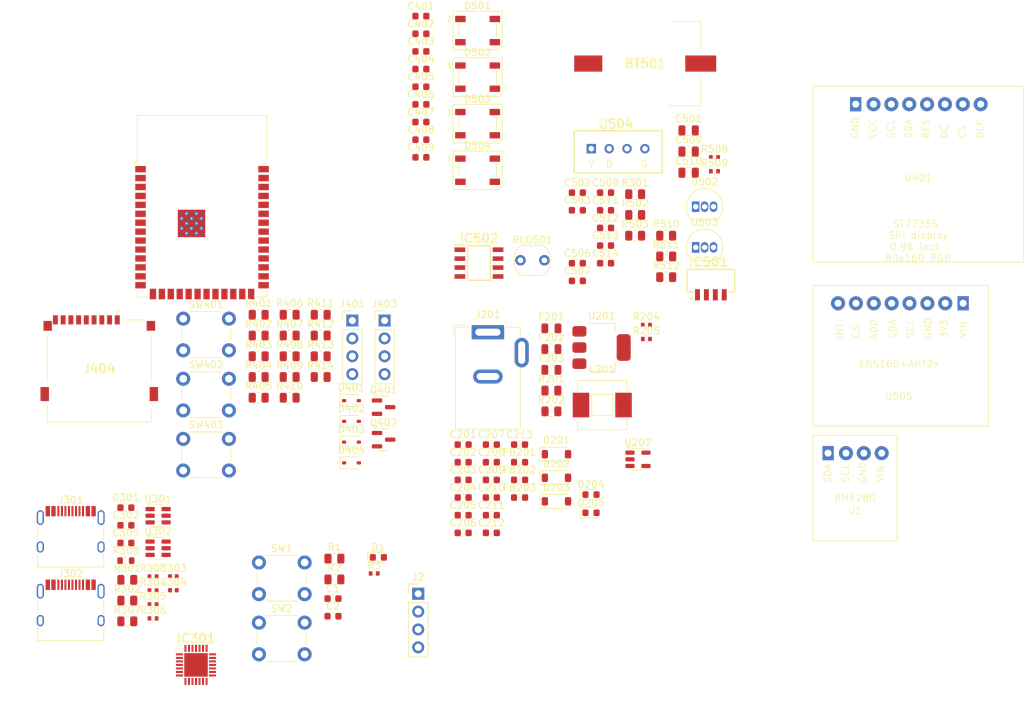
<source format=kicad_pcb>
(kicad_pcb (version 20241229) (generator "pcbnew") (generator_version "9.0")
  (layers (0 "F.Cu" signal) (4 "In1.Cu" power) (6 "In2.Cu" power) (2 "B.Cu" signal) (13 "F.Paste" user) (15 "B.Paste" user) (5 "F.SilkS" user "F.Silkscreen") (7 "B.SilkS" user "B.Silkscreen") (1 "F.Mask" user) (3 "B.Mask" user) (25 "Edge.Cuts" user))
  (net 0 "")
  (net 1 "/[5] Peripherals/VBAT")
  (net 2 "+5V")
  (net 3 "+3V3")
  (net 4 "+5V_IN_FUSE")
  (net 5 "+5V_IN_FILT")
  (net 6 "+3V3_PER")
  (net 7 "/[2] Power/BUCK_FB")
  (net 8 "+VCC_USB2UART_FUSE")
  (net 9 "+VCC_USB2UART_FILT")
  (net 10 "+VCC_USB_FUSE")
  (net 11 "+VCC_USB_FILT")
  (net 14 "USB2UART_VBUS")
  (net 15 "USB_VBUS")
  (net 16 "GNDPWR")
  (net 17 "/[4] ESP32 S3/CHIP_PU")
  (net 18 "/[4] ESP32 S3/IO0_BTN")
  (net 19 "LDR")
  (net 21 "/[2] Power/LED_3V3_A")
  (net 22 "/[2] Power/LED_3V3_PER_A")
  (net 23 "FSPI_MISO")
  (net 24 "FSPI_MOSI")
  (net 25 "FSPI_SCK")
  (net 26 "FSPI_SS")
  (net 27 "Net-(D501-DIN)")
  (net 28 "Net-(D501-DOUT)")
  (net 29 "Net-(D502-DOUT)")
  (net 30 "Net-(D503-DOUT)")
  (net 31 "+5V_IN")
  (net 33 "RXD")
  (net 35 "DTR")
  (net 36 "/[3] USB/USB2UART_D-")
  (net 38 "/[3] USB/USB2UART_D+")
  (net 39 "/[3] USB/VBUS")
  (net 43 "RTS")
  (net 46 "TXD")
  (net 51 "/[3] USB/RSTB")
  (net 57 "DHT11")
  (net 58 "TFT_RES")
  (net 59 "GPIO47")
  (net 60 "USB_D+")
  (net 62 "WS2812_RGB_STRIP")
  (net 63 "RXD1")
  (net 64 "TXD1")
  (net 65 "GND")
  (net 66 "HSPI_MOSI")
  (net 67 "HSPI_MISO")
  (net 68 "DS18B20")
  (net 69 "I2C_SDA")
  (net 70 "I2C_SCL")
  (net 71 "/[4] ESP32 S3/TXD0")
  (net 72 "HSPI_SCK")
  (net 73 "LM35")
  (net 74 "HSPI_SS")
  (net 75 "SD_CD")
  (net 76 "GPIO2")
  (net 77 "USB_D-")
  (net 79 "/[4] ESP32 S3/RXD0")
  (net 80 "TFT_DC")
  (net 81 "DS3231_INT")
  (net 83 "+3V3_ESP32")
  (net 85 "/[3] USB/USB2UART_CONN_CC1")
  (net 86 "/[3] USB/USB2UART_CONN_D+")
  (net 87 "/[3] USB/USB2UART_CONN_D-")
  (net 88 "/[3] USB/USB2UART_CONN_CC2")
  (net 91 "/[3] USB/USB_CONN_D+")
  (net 92 "/[3] USB/USB_CONN_D-")
  (net 94 "/[3] USB/USB_CONN_CC1")
  (net 95 "/[3] USB/USB_CONN_CC2")
  (net 99 "/[2] Power/BUCK_SW")
  (net 100 "Net-(Q401-C)")
  (net 101 "Net-(Q401-B)")
  (net 102 "Net-(Q402-C)")
  (net 103 "Net-(Q402-B)")
  (net 104 "USR_BTN_LEFT")
  (net 106 "USR_BTN")
  (net 107 "/[2] Power/LED_ONBOARD_A")
  (net 109 "ONBOARD_LED")
  (net 110 "USR_BTN_RIGHT")
  (net 111 "ENS160_INT")
  (footprint "Resistor_SMD:R_0603_1608Metric" (layer "F.Cu") (at 64.18 104.67)
    (property "Reference" "R308" (at 0 -1.43 0) (layer "F.SilkS"))
    (property "Value" "DNP, 1MR")
    (pad "1" smd roundrect (at -0.825 0) (size 0.8 0.95) (layers "F.Cu" "F.Mask" "F.Paste") (net 16 "GNDPWR"))
    (pad "2" smd roundrect (at 0.825 0) (size 0.8 0.95) (layers "F.Cu" "F.Mask" "F.Paste") (net 65 "GND"))
  )
  (footprint "Fuse:Fuse_0603_1608Metric" (layer "F.Cu") (at 120.16 95.7)
    (property "Reference" "FB203" (at 0 -1.43 0) (layer "F.SilkS"))
    (property "Value" "120R")
    (pad "1" smd roundrect (at -0.7875 0) (size 0.875 0.95) (layers "F.Cu" "F.Mask" "F.Paste") (net 11 "+VCC_USB_FILT"))
    (pad "2" smd roundrect (at 0.7875 0) (size 0.875 0.95) (layers "F.Cu" "F.Mask" "F.Paste") (net 10 "+VCC_USB_FUSE"))
  )
  (footprint "esp32_s3_weather_webserver:ESP32S3WROOM1N16R8" (layer "F.Cu") (at 75.01 47.51)
    (property "Reference" "IC401" (hide yes))
    (property "Value" "ESP32-S3-WROOM-1-N16R8" (hide yes))
    (pad "1" smd rect (at -8.75 1.49) (size 1.5 0.9) (layers "F.Cu" "F.Mask" "F.Paste") (net 65 "GND"))
    (pad "2" smd rect (at -8.75 2.76) (size 1.5 0.9) (layers "F.Cu" "F.Mask" "F.Paste") (net 83 "+3V3_ESP32"))
    (pad "3" smd rect (at -8.75 4.03) (size 1.5 0.9) (layers "F.Cu" "F.Mask" "F.Paste") (net 17 "/[4] ESP32 S3/CHIP_PU"))
    (pad "4" smd rect (at -8.75 5.3) (size 1.5 0.9) (layers "F.Cu" "F.Mask" "F.Paste") (net 19 "LDR"))
    (pad "5" smd rect (at -8.75 6.57) (size 1.5 0.9) (layers "F.Cu" "F.Mask" "F.Paste") (net 68 "DS18B20"))
    (pad "6" smd rect (at -8.75 7.84) (size 1.5 0.9) (layers "F.Cu" "F.Mask" "F.Paste") (net 73 "LM35"))
    (pad "7" smd rect (at -8.75 9.11) (size 1.5 0.9) (layers "F.Cu" "F.Mask" "F.Paste") (net 57 "DHT11"))
    (pad "8" smd rect (at -8.75 10.38) (size 1.5 0.9) (layers "F.Cu" "F.Mask" "F.Paste") (net 63 "RXD1"))
    (pad "9" smd rect (at -8.75 11.65) (size 1.5 0.9) (layers "F.Cu" "F.Mask" "F.Paste") (net 64 "TXD1"))
    (pad "10" smd rect (at -8.75 12.92) (size 1.5 0.9) (layers "F.Cu" "F.Mask" "F.Paste") (net 104 "USR_BTN_LEFT"))
    (pad "11" smd rect (at -8.75 14.19) (size 1.5 0.9) (layers "F.Cu" "F.Mask" "F.Paste") (net 110 "USR_BTN_RIGHT"))
    (pad "12" smd rect (at -8.75 15.46) (size 1.5 0.9) (layers "F.Cu" "F.Mask" "F.Paste") (net 69 "I2C_SDA"))
    (pad "13" smd rect (at -8.75 16.73) (size 1.5 0.9) (layers "F.Cu" "F.Mask" "F.Paste") (net 77 "USB_D-"))
    (pad "14" smd rect (at -8.75 18 180) (size 1.5 0.9) (layers "F.Cu" "F.Mask" "F.Paste") (net 60 "USB_D+"))
    (pad "15" smd rect (at -6.985 19.25 270) (size 1.5 0.9) (layers "F.Cu" "F.Mask" "F.Paste"))
    (pad "16" smd rect (at -5.715 19.25 270) (size 1.5 0.9) (layers "F.Cu" "F.Mask" "F.Paste"))
    (pad "17" smd rect (at -4.445 19.25 270) (size 1.5 0.9) (layers "F.Cu" "F.Mask" "F.Paste") (net 70 "I2C_SCL"))
    (pad "18" smd rect (at -3.175 19.25 270) (size 1.5 0.9) (layers "F.Cu" "F.Mask" "F.Paste") (net 74 "HSPI_SS"))
    (pad "19" smd rect (at -1.905 19.25 270) (size 1.5 0.9) (layers "F.Cu" "F.Mask" "F.Paste") (net 66 "HSPI_MOSI"))
    (pad "20" smd rect (at -0.635 19.25 270) (size 1.5 0.9) (layers "F.Cu" "F.Mask" "F.Paste") (net 72 "HSPI_SCK"))
    (pad "21" smd rect (at 0.635 19.25 270) (size 1.5 0.9) (layers "F.Cu" "F.Mask" "F.Paste") (net 67 "HSPI_MISO"))
    (pad "22" smd rect (at 1.905 19.25 270) (size 1.5 0.9) (layers "F.Cu" "F.Mask" "F.Paste") (net 111 "ENS160_INT"))
    (pad "23" smd rect (at 3.175 19.25 270) (size 1.5 0.9) (layers "F.Cu" "F.Mask" "F.Paste") (net 75 "SD_CD"))
    (pad "24" smd rect (at 4.445 19.25 270) (size 1.5 0.9) (layers "F.Cu" "F.Mask" "F.Paste") (net 59 "GPIO47"))
    (pad "25" smd rect (at 5.715 19.25 270) (size 1.5 0.9) (layers "F.Cu" "F.Mask" "F.Paste") (net 62 "WS2812_RGB_STRIP"))
    (pad "26" smd rect (at 6.985 19.25 270) (size 1.5 0.9) (layers "F.Cu" "F.Mask" "F.Paste"))
    (pad "27" smd rect (at 8.75 18) (size 1.5 0.9) (layers "F.Cu" "F.Mask" "F.Paste") (net 18 "/[4] ESP32 S3/IO0_BTN"))
    (pad "28" smd rect (at 8.75 16.73) (size 1.5 0.9) (layers "F.Cu" "F.Mask" "F.Paste") (net 24 "FSPI_MOSI"))
    (pad "29" smd rect (at 8.75 15.46) (size 1.5 0.9) (layers "F.Cu" "F.Mask" "F.Paste") (net 25 "FSPI_SCK"))
    (pad "30" smd rect (at 8.75 14.19) (size 1.5 0.9) (layers "F.Cu" "F.Mask" "F.Paste") (net 23 "FSPI_MISO"))
    (pad "31" smd rect (at 8.75 12.92) (size 1.5 0.9) (layers "F.Cu" "F.Mask" "F.Paste") (net 109 "ONBOARD_LED"))
    (pad "32" smd rect (at 8.75 11.65) (size 1.5 0.9) (layers "F.Cu" "F.Mask" "F.Paste") (net 26 "FSPI_SS"))
    (pad "33" smd rect (at 8.75 10.38) (size 1.5 0.9) (layers "F.Cu" "F.Mask" "F.Paste") (net 58 "TFT_RES"))
    (pad "34" smd rect (at 8.75 9.11) (size 1.5 0.9) (layers "F.Cu" "F.Mask" "F.Paste") (net 80 "TFT_DC"))
    (pad "35" smd rect (at 8.75 7.84) (size 1.5 0.9) (layers "F.Cu" "F.Mask" "F.Paste") (net 81 "DS3231_INT"))
    (pad "36" smd rect (at 8.75 6.57) (size 1.5 0.9) (layers "F.Cu" "F.Mask" "F.Paste") (net 79 "/[4] ESP32 S3/RXD0"))
    (pad "37" smd rect (at 8.75 5.3) (size 1.5 0.9) (layers "F.Cu" "F.Mask" "F.Paste") (net 71 "/[4] ESP32 S3/TXD0"))
    (pad "38" smd rect (at 8.75 4.03) (size 1.5 0.9) (layers "F.Cu" "F.Mask" "F.Paste") (net 76 "GPIO2"))
    (pad "39" smd rect (at 8.75 2.76) (size 1.5 0.9) (layers "F.Cu" "F.Mask" "F.Paste") (net 106 "USR_BTN"))
    (pad "40" smd rect (at 8.75 1.49) (size 1.5 0.9) (layers "F.Cu" "F.Mask" "F.Paste") (net 65 "GND"))
    (pad "41" thru_hole circle (at -2.9 8.51 90) (size 0.6 0.6) (drill 0.2) (property pad_prop_heatsink) (layers "*.Cu" "F.Mask") (net 65 "GND"))
    (pad "41" thru_hole circle (at -2.9 9.91) (size 0.6 0.6) (drill 0.2) (property pad_prop_heatsink) (layers "*.Cu" "F.Mask") (net 65 "GND"))
    (pad "41" thru_hole circle (at -2.2 7.81) (size 0.6 0.6) (drill 0.2) (property pad_prop_heatsink) (layers "*.Cu" "F.Mask") (net 65 "GND"))
    (pad "41" thru_hole circle (at -2.2 9.21) (size 0.6 0.6) (drill 0.2) (property pad_prop_heatsink) (layers "*.Cu" "F.Mask") (net 65 "GND"))
    (pad "41" thru_hole circle (at -2.2 10.61) (size 0.6 0.6) (drill 0.2) (property pad_prop_heatsink) (layers "*.Cu" "F.Mask") (net 65 "GND"))
    (pad "41" thru_hole circle (at -1.5 8.51) (size 0.6 0.6) (drill 0.2) (property pad_prop_heatsink) (layers "*.Cu" "F.Mask") (net 65 "GND"))
    (pad "41" smd rect (at -1.5 9.21 270) (size 3.9 3.9) (property pad_prop_heatsink) (layers "F.Cu" "F.Mask") (net 65 "GND"))
    (pad "41" thru_hole circle (at -1.5 9.91) (size 0.6 0.6) (drill 0.2) (property pad_prop_heatsink) (layers "*.Cu" "F.Mask") (net 65 "GND"))
    (pad "41" thru_hole circle (at -0.8 7.81) (size 0.6 0.6) (drill 0.2) (property pad_prop_heatsink) (layers "*.Cu" "F.Mask") (net 65 "GND"))
    (pad "41" thru_hole circle (at -0.8 9.21) (size 0.6 0.6) (drill 0.2) (property pad_prop_heatsink) (layers "*.Cu" "F.Mask") (net 65 "GND"))
    (pad "41" thru_hole circle (at -0.8 10.61) (size 0.6 0.6) (drill 0.2) (property pad_prop_heatsink) (layers "*.Cu" "F.Mask") (net 65 "GND"))
    (pad "41" thru_hole circle (at -0.1 8.51) (size 0.6 0.6) (drill 0.2) (property pad_prop_heatsink) (layers "*.Cu" "F.Mask") (net 65 "GND"))
    (pad "41" thru_hole circle (at -0.1 9.91) (size 0.6 0.6) (drill 0.2) (property pad_prop_heatsink) (layers "*.Cu" "F.Mask") (net 65 "GND"))
  )
  (footprint "LED_SMD:LED_WS2812B_PLCC4_5.0x5.0mm_P3.2mm" (layer "F.Cu") (at 114.195 42.535)
    (property "Reference" "D503" (at 0 -3.5 0) (layer "F.SilkS"))
    (property "Value" "WS2812B")
    (fp_text user "1" (at -4 -1.6 0) (layer "F.SilkS") (effects (font (size 0.8 0.8))))
    (pad "1" smd roundrect (at -2.45 -1.65) (size 1.5 0.9) (layers "F.Cu" "F.Mask" "F.Paste") (roundrect_rratio 0.1) (net 2 "+5V"))
    (pad "2" smd roundrect (at -2.45 1.65) (size 1.5 0.9) (layers "F.Cu" "F.Mask" "F.Paste") (roundrect_rratio 0.1) (net 30 "Net-(D503-DOUT)"))
    (pad "3" smd roundrect (at 2.45 1.65) (size 1.5 0.9) (layers "F.Cu" "F.Mask" "F.Paste") (roundrect_rratio 0.1) (net 65 "GND"))
    (pad "4" smd roundrect (at 2.45 -1.65) (size 1.5 0.9) (layers "F.Cu" "F.Mask" "F.Paste") (roundrect_rratio 0.1) (net 29 "Net-(D502-DOUT)"))
  )
  (footprint "Package_TO_SOT_SMD:SOT-23" (layer "F.Cu") (at 100.83 82.845)
    (property "Reference" "Q401" (at 0 -2.4 0) (layer "F.SilkS"))
    (property "Value" "SS8050")
    (pad "1" smd roundrect (at -0.9375 -0.95) (size 1.475 0.6) (layers "F.Cu" "F.Mask" "F.Paste") (net 101 "Net-(Q401-B)"))
    (pad "2" smd roundrect (at -0.9375 0.95) (size 1.475 0.6) (layers "F.Cu" "F.Mask" "F.Paste") (net 43 "RTS"))
    (pad "3" smd roundrect (at 0.9375 0) (size 1.475 0.6) (layers "F.Cu" "F.Mask" "F.Paste") (net 100 "Net-(Q401-C)"))
  )
  (footprint "Capacitor_SMD:C_0603_1608Metric" (layer "F.Cu") (at 128.38 54.85)
    (property "Reference" "C503" (at 0 -1.43 0) (layer "F.SilkS"))
    (property "Value" "100nF")
    (pad "1" smd roundrect (at -0.775 0) (size 0.9 0.95) (layers "F.Cu" "F.Mask" "F.Paste") (net 6 "+3V3_PER"))
    (pad "2" smd roundrect (at 0.775 0) (size 0.9 0.95) (layers "F.Cu" "F.Mask" "F.Paste") (net 65 "GND"))
  )
  (footprint "Resistor_SMD:R_0805_2012Metric" (layer "F.Cu") (at 87.47 81.51)
    (property "Reference" "R410" (at 0 -1.65 0) (layer "F.SilkS"))
    (property "Value" "10kR")
    (pad "1" smd roundrect (at -0.9125 0) (size 1.025 1.4) (layers "F.Cu" "F.Mask" "F.Paste") (roundrect_rratio 0.243902) (net 23 "FSPI_MISO"))
    (pad "2" smd roundrect (at 0.9125 0) (size 1.025 1.4) (layers "F.Cu" "F.Mask" "F.Paste") (roundrect_rratio 0.243902) (net 6 "+3V3_PER"))
  )
  (footprint "Capacitor_SMD:C_0603_1608Metric" (layer "F.Cu") (at 120.16 88.17)
    (property "Reference" "C213" (at 0 -1.43 0) (layer "F.SilkS"))
    (property "Value" "2.2uF")
    (pad "1" smd roundrect (at -0.775 0) (size 0.9 0.95) (layers "F.Cu" "F.Mask" "F.Paste") (net 11 "+VCC_USB_FILT"))
    (pad "2" smd roundrect (at 0.775 0) (size 0.9 0.95) (layers "F.Cu" "F.Mask" "F.Paste") (net 65 "GND"))
  )
  (footprint "Connector_PinHeader_2.54mm:PinHeader_1x04_P2.54mm_Vertical" (layer "F.Cu") (at 100.97 70.53)
    (property "Reference" "J403" (at 0 -2.38 0) (layer "F.SilkS"))
    (property "Value" "Conn_01x04_Pin")
    (pad "1" thru_hole rect (at 0 0) (size 1.7 1.7) (drill 1) (layers "*.Cu" "*.Mask") (net 65 "GND"))
    (pad "2" thru_hole circle (at 0 2.54) (size 1.7 1.7) (drill 1) (layers "*.Cu" "*.Mask") (net 6 "+3V3_PER"))
    (pad "3" thru_hole circle (at 0 5.08) (size 1.7 1.7) (drill 1) (layers "*.Cu" "*.Mask") (net 69 "I2C_SDA"))
    (pad "4" thru_hole circle (at 0 7.62) (size 1.7 1.7) (drill 1) (layers "*.Cu" "*.Mask") (net 70 "I2C_SCL"))
  )
  (footprint "Capacitor_SMD:C_0603_1608Metric" (layer "F.Cu") (at 106.13 39.79)
    (property "Reference" "C406" (at 0 -1.43 0) (layer "F.SilkS"))
    (property "Value" "100nF")
    (pad "1" smd roundrect (at -0.775 0) (size 0.9 0.95) (layers "F.Cu" "F.Mask" "F.Paste") (net 18 "/[4] ESP32 S3/IO0_BTN"))
    (pad "2" smd roundrect (at 0.775 0) (size 0.9 0.95) (layers "F.Cu" "F.Mask" "F.Paste") (net 65 "GND"))
  )
  (footprint "Resistor_SMD:R_0805_2012Metric" (layer "F.Cu") (at 136.6 52.56)
    (property "Reference" "R501" (at 0 -1.65 0) (layer "F.SilkS"))
    (property "Value" "10kR")
    (pad "1" smd roundrect (at -0.9125 0) (size 1.025 1.4) (layers "F.Cu" "F.Mask" "F.Paste") (roundrect_rratio 0.243902) (net 19 "LDR"))
    (pad "2" smd roundrect (at 0.9125 0) (size 1.025 1.4) (layers "F.Cu" "F.Mask" "F.Paste") (roundrect_rratio 0.243902) (net 65 "GND"))
  )
  (footprint "LED_SMD:LED_WS2812B_PLCC4_5.0x5.0mm_P3.2mm" (layer "F.Cu") (at 114.195 49.155)
    (property "Reference" "D504" (at 0 -3.5 0) (layer "F.SilkS"))
    (property "Value" "WS2812B")
    (fp_text user "1" (at -4 -1.6 0) (layer "F.SilkS") (effects (font (size 0.8 0.8))))
    (pad "1" smd roundrect (at -2.45 -1.65) (size 1.5 0.9) (layers "F.Cu" "F.Mask" "F.Paste") (roundrect_rratio 0.1) (net 2 "+5V"))
    (pad "2" smd roundrect (at -2.45 1.65) (size 1.5 0.9) (layers "F.Cu" "F.Mask" "F.Paste") (roundrect_rratio 0.1))
    (pad "3" smd roundrect (at 2.45 1.65) (size 1.5 0.9) (layers "F.Cu" "F.Mask" "F.Paste") (roundrect_rratio 0.1) (net 65 "GND"))
    (pad "4" smd roundrect (at 2.45 -1.65) (size 1.5 0.9) (layers "F.Cu" "F.Mask" "F.Paste") (roundrect_rratio 0.1) (net 30 "Net-(D503-DOUT)"))
  )
  (footprint "Capacitor_SMD:C_0603_1608Metric" (layer "F.Cu") (at 132.39 57.36)
    (property "Reference" "C512" (at 0 -1.43 0) (layer "F.SilkS"))
    (property "Value" "100nF")
    (pad "1" smd roundrect (at -0.775 0) (size 0.9 0.95) (layers "F.Cu" "F.Mask" "F.Paste") (net 6 "+3V3_PER"))
    (pad "2" smd roundrect (at 0.775 0) (size 0.9 0.95) (layers "F.Cu" "F.Mask" "F.Paste") (net 65 "GND"))
  )
  (footprint "Resistor_SMD:R_0805_2012Metric" (layer "F.Cu") (at 64.38 110.35)
    (property "Reference" "R302" (at 0 -1.65 0) (layer "F.SilkS"))
    (property "Value" "22k1R")
    (pad "1" smd roundrect (at -0.9125 0) (size 1.025 1.4) (layers "F.Cu" "F.Mask" "F.Paste") (roundrect_rratio 0.243902) (net 9 "+VCC_USB2UART_FILT"))
    (pad "2" smd roundrect (at 0.9125 0) (size 1.025 1.4) (layers "F.Cu" "F.Mask" "F.Paste") (roundrect_rratio 0.243902) (net 39 "/[3] USB/VBUS"))
  )
  (footprint "Resistor_SMD:R_0402_1005Metric" (layer "F.Cu") (at 68.04 108.91)
    (property "Reference" "R304" (at 0 -1.17 0) (layer "F.SilkS"))
    (property "Value" "5k1R")
    (pad "1" smd roundrect (at -0.51 0) (size 0.54 0.64) (layers "F.Cu" "F.Mask" "F.Paste") (net 88 "/[3] USB/USB2UART_CONN_CC2"))
    (pad "2" smd roundrect (at 0.51 0) (size 0.54 0.64) (layers "F.Cu" "F.Mask" "F.Paste") (net 65 "GND"))
  )
  (footprint "Capacitor_SMD:C_0603_1608Metric" (layer "F.Cu") (at 106.13 32.26)
    (property "Reference" "C403" (at 0 -1.43 0) (layer "F.SilkS"))
    (property "Value" "100nF")
    (pad "1" smd roundrect (at -0.775 0) (size 0.9 0.95) (layers "F.Cu" "F.Mask" "F.Paste") (net 3 "+3V3"))
    (pad "2" smd roundrect (at 0.775 0) (size 0.9 0.95) (layers "F.Cu" "F.Mask" "F.Paste") (net 65 "GND"))
  )
  (footprint "Connector_BarrelJack:BarrelJack_GCT_DCJ200-10-A_Horizontal" (layer "F.Cu") (at 115.66 72.19)
    (property "Reference" "J201" (at 0 -2.5 0) (layer "F.SilkS"))
    (property "Value" "Barrel_Jack_Switch_Pin3Ring")
    (pad "1" thru_hole rect (at 0 0) (size 4.6 2) (drill oval 3.6 1) (layers "*.Cu" "*.Mask") (net 31 "+5V_IN"))
    (pad "2" thru_hole oval (at 0 6.3) (size 4.2 2) (drill oval 3.2 1) (layers "*.Cu" "*.Mask") (net 65 "GND"))
    (pad "3" thru_hole oval (at 4.8 2.9) (size 2 4.2) (drill oval 1 3.2) (layers "*.Cu" "*.Mask") (net 65 "GND"))
  )
  (footprint "Diode_SMD:D_SOD-323" (layer "F.Cu") (at 96.255 81.92)
    (property "Reference" "D401" (at 0 -1.85 0) (layer "F.SilkS"))
    (property "Value" "PESD3V3L1BA,115")
    (pad "1" smd roundrect (at -1.05 0) (size 0.6 0.45) (layers "F.Cu" "F.Mask" "F.Paste") (net 23 "FSPI_MISO"))
    (pad "2" smd roundrect (at 1.05 0) (size 0.6 0.45) (layers "F.Cu" "F.Mask" "F.Paste") (net 65 "GND"))
  )
  (footprint "Resistor_SMD:R_0402_1005Metric" (layer "F.Cu") (at 68.04 106.92)
    (property "Reference" "R303" (at 0 -1.17 0) (layer "F.SilkS"))
    (property "Value" "5k1R")
    (pad "1" smd roundrect (at -0.51 0) (size 0.54 0.64) (layers "F.Cu" "F.Mask" "F.Paste") (net 85 "/[3] USB/USB2UART_CONN_CC1"))
    (pad "2" smd roundrect (at 0.51 0) (size 0.54 0.64) (layers "F.Cu" "F.Mask" "F.Paste") (net 65 "GND"))
  )
  (footprint "Resistor_SMD:R_0805_2012Metric" (layer "F.Cu") (at 91.88 69.71)
    (property "Reference" "R411" (at 0 -1.65 0) (layer "F.SilkS"))
    (property "Value" "10kR")
    (pad "1" smd roundrect (at -0.9125 0) (size 1.025 1.4) (layers "F.Cu" "F.Mask" "F.Paste") (roundrect_rratio 0.243902) (net 24 "FSPI_MOSI"))
    (pad "2" smd roundrect (at 0.9125 0) (size 1.025 1.4) (layers "F.Cu" "F.Mask" "F.Paste") (roundrect_rratio 0.243902) (net 6 "+3V3_PER"))
  )
  (footprint "Capacitor_SMD:C_0603_1608Metric" (layer "F.Cu") (at 93.63 112.58)
    (property "Reference" "C2" (at 0 -1.43 0) (layer "F.SilkS"))
    (property "Value" "100nF")
    (pad "1" smd roundrect (at -0.775 0) (size 0.9 0.95) (layers "F.Cu" "F.Mask" "F.Paste") (net 110 "USR_BTN_RIGHT"))
    (pad "2" smd roundrect (at 0.775 0) (size 0.9 0.95) (layers "F.Cu" "F.Mask" "F.Paste") (net 65 "GND"))
  )
  (footprint "Resistor_SMD:R_0402_1005Metric" (layer "F.Cu") (at 138.2 71.16)
    (property "Reference" "R204" (at 0 -1.17 0) (layer "F.SilkS"))
    (property "Value" "510R")
    (pad "1" smd roundrect (at -0.51 0) (size 0.54 0.64) (layers "F.Cu" "F.Mask" "F.Paste") (net 21 "/[2] Power/LED_3V3_A"))
    (pad "2" smd roundrect (at 0.51 0) (size 0.54 0.64) (layers "F.Cu" "F.Mask" "F.Paste") (net 3 "+3V3"))
  )
  (footprint "Diode_SMD:D_SOD-123" (layer "F.Cu") (at 125.405 96.24)
    (property "Reference" "D203" (at 0 -2 0) (layer "F.SilkS"))
    (property "Value" "1N5819HW-7-F")
    (pad "1" smd roundrect (at -1.65 0) (size 0.9 1.2) (layers "F.Cu" "F.Mask" "F.Paste") (net 2 "+5V"))
    (pad "2" smd roundrect (at 1.65 0) (size 0.9 1.2) (layers "F.Cu" "F.Mask" "F.Paste") (net 11 "+VCC_USB_FILT"))
  )
  (footprint "Capacitor_SMD:C_0603_1608Metric" (layer "F.Cu") (at 106.13 37.28)
    (property "Reference" "C405" (at 0 -1.43 0) (layer "F.SilkS"))
    (property "Value" "100nF")
    (pad "1" smd roundrect (at -0.775 0) (size 0.9 0.95) (layers "F.Cu" "F.Mask" "F.Paste") (net 17 "/[4] ESP32 S3/CHIP_PU"))
    (pad "2" smd roundrect (at 0.775 0) (size 0.9 0.95) (layers "F.Cu" "F.Mask" "F.Paste") (net 65 "GND"))
  )
  (footprint "OptoDevice:R_LDR_5.1x4.3mm_P3.4mm_Vertical" (layer "F.Cu") (at 120.29 61.96)
    (property "Reference" "RLO501" (at 1.7 -2.9 0) (layer "F.SilkS"))
    (property "Value" "LDR")
    (pad "1" thru_hole circle (at 0 0) (size 1.5 1.5) (drill 0.8) (layers "*.Cu" "*.Mask") (net 19 "LDR"))
    (pad "2" thru_hole circle (at 3.4 0) (size 1.5 1.5) (drill 0.8) (layers "*.Cu" "*.Mask") (net 6 "+3V3_PER"))
  )
  (footprint "Package_TO_SOT_SMD:SOT-23" (layer "F.Cu") (at 100.83 87.47)
    (property "Reference" "Q402" (at 0 -2.4 0) (layer "F.SilkS"))
    (property "Value" "SS8050")
    (pad "1" smd roundrect (at -0.9375 -0.95) (size 1.475 0.6) (layers "F.Cu" "F.Mask" "F.Paste") (net 103 "Net-(Q402-B)"))
    (pad "2" smd roundrect (at -0.9375 0.95) (size 1.475 0.6) (layers "F.Cu" "F.Mask" "F.Paste") (net 35 "DTR"))
    (pad "3" smd roundrect (at 0.9375 0) (size 1.475 0.6) (layers "F.Cu" "F.Mask" "F.Paste") (net 102 "Net-(Q402-C)"))
  )
  (footprint "Resistor_SMD:R_0402_1005Metric" (layer "F.Cu") (at 68.04 112.89)
    (property "Reference" "R306" (at 0 -1.17 0) (layer "F.SilkS"))
    (property "Value" "5k1R")
    (pad "1" smd roundrect (at -0.51 0) (size 0.54 0.64) (layers "F.Cu" "F.Mask" "F.Paste") (net 95 "/[3] USB/USB_CONN_CC2"))
    (pad "2" smd roundrect (at 0.51 0) (size 0.54 0.64) (layers "F.Cu" "F.Mask" "F.Paste") (net 65 "GND"))
  )
  (footprint "esp32_s3_weather_webserver:QFN50P500X500X80-29N-D" (layer "F.Cu") (at 74.15 119.5)
    (property "Reference" "IC301" (at 0 -3.75 0) (layer "F.SilkS") (effects (font (size 1.27 1.27) (thickness 0.254))))
    (property "Value" "CP2102N-A02-GQFN28R" (hide yes))
    (pad "1" smd rect (at -2.35 -1.5 90) (size 0.3 1) (layers "F.Cu" "F.Mask" "F.Paste"))
    (pad "2" smd rect (at -2.35 -1 90) (size 0.3 1) (layers "F.Cu" "F.Mask" "F.Paste"))
    (pad "3" smd rect (at -2.35 -0.5 90) (size 0.3 1) (layers "F.Cu" "F.Mask" "F.Paste") (net 65 "GND"))
    (pad "4" smd rect (at -2.35 0 90) (size 0.3 1) (layers "F.Cu" "F.Mask" "F.Paste") (net 38 "/[3] USB/USB2UART_D+"))
    (pad "5" smd rect (at -2.35 0.5 90) (size 0.3 1) (layers "F.Cu" "F.Mask" "F.Paste") (net 36 "/[3] USB/USB2UART_D-"))
    (pad "6" smd rect (at -2.35 1 90) (size 0.3 1) (layers "F.Cu" "F.Mask" "F.Paste") (net 3 "+3V3"))
    (pad "7" smd rect (at -2.35 1.5 90) (size 0.3 1) (layers "F.Cu" "F.Mask" "F.Paste") (net 3 "+3V3"))
    (pad "8" smd rect (at -1.5 2.35) (size 0.3 1) (layers "F.Cu" "F.Mask" "F.Paste") (net 39 "/[3] USB/VBUS"))
    (pad "9" smd rect (at -1 2.35) (size 0.3 1) (layers "F.Cu" "F.Mask" "F.Paste") (net 51 "/[3] USB/RSTB"))
    (pad "10" smd rect (at -0.5 2.35) (size 0.3 1) (layers "F.Cu" "F.Mask" "F.Paste"))
    (pad "11" smd rect (at 0 2.35) (size 0.3 1) (layers "F.Cu" "F.Mask" "F.Paste"))
    (pad "12" smd rect (at 0.5 2.35) (size 0.3 1) (layers "F.Cu" "F.Mask" "F.Paste"))
    (pad "13" smd rect (at 1 2.35) (size 0.3 1) (layers "F.Cu" "F.Mask" "F.Paste"))
    (pad "14" smd rect (at 1.5 2.35) (size 0.3 1) (layers "F.Cu" "F.Mask" "F.Paste"))
    (pad "15" smd rect (at 2.35 1.5 90) (size 0.3 1) (layers "F.Cu" "F.Mask" "F.Paste"))
    (pad "16" smd rect (at 2.35 1 90) (size 0.3 1) (layers "F.Cu" "F.Mask" "F.Paste"))
    (pad "17" smd rect (at 2.35 0.5 90) (size 0.3 1) (layers "F.Cu" "F.Mask" "F.Paste"))
    (pad "18" smd rect (at 2.35 0 90) (size 0.3 1) (layers "F.Cu" "F.Mask" "F.Paste"))
    (pad "19" smd rect (at 2.35 -0.5 90) (size 0.3 1) (layers "F.Cu" "F.Mask" "F.Paste"))
    (pad "20" smd rect (at 2.35 -1 90) (size 0.3 1) (layers "F.Cu" "F.Mask" "F.Paste"))
    (pad "21" smd rect (at 2.35 -1.5 90) (size 0.3 1) (layers "F.Cu" "F.Mask" "F.Paste"))
    (pad "22" smd rect (at 1.5 -2.35) (size 0.3 1) (layers "F.Cu" "F.Mask" "F.Paste"))
    (pad "23" smd rect (at 1 -2.35) (size 0.3 1) (layers "F.Cu" "F.Mask" "F.Paste"))
    (pad "24" smd rect (at 0.5 -2.35) (size 0.3 1) (layers "F.Cu" "F.Mask" "F.Paste") (net 43 "RTS"))
    (pad "25" smd rect (at 0 -2.35) (size 0.3 1) (layers "F.Cu" "F.Mask" "F.Paste") (net 33 "RXD"))
    (pad "26" smd rect (at -0.5 -2.35) (size 0.3 1) (layers "F.Cu" "F.Mask" "F.Paste") (net 46 "TXD"))
    (pad "27" smd rect (at -1 -2.35) (size 0.3 1) (layers "F.Cu" "F.Mask" "F.Paste"))
    (pad "28" smd rect (at -1.5 -2.35) (size 0.3 1) (layers "F.Cu" "F.Mask" "F.Paste") (net 35 "DTR"))
    (pad "29" smd rect (at 0 0) (size 3.35 3.35) (layers "F.Cu" "F.Mask" "F.Paste") (net 65 "GND"))
  )
  (footprint "Resistor_SMD:R_0402_1005Metric" (layer "F.Cu") (at 68.04 110.9)
    (property "Reference" "R305" (at 0 -1.17 0) (layer "F.SilkS"))
    (property "Value" "5k1R")
    (pad "1" smd roundrect (at -0.51 0) (size 0.54 0.64) (layers "F.Cu" "F.Mask" "F.Paste") (net 94 "/[3] USB/USB_CONN_CC1"))
    (pad "2" smd roundrect (at 0.51 0) (size 0.54 0.64) (layers "F.Cu" "F.Mask" "F.Paste") (net 65 "GND"))
  )
  (footprint "Package_TO_SOT_THT:TO-92_Inline" (layer "F.Cu") (at 145.2 54.34)
    (property "Reference" "U502" (at 1.27 -3.56 0) (layer "F.SilkS"))
    (property "Value" "DS18B20")
    (pad "1" thru_hole rect (at 0 0) (size 1.05 1.5) (drill 0.75) (layers "*.Cu" "*.Mask") (net 65 "GND"))
    (pad "2" thru_hole oval (at 1.27 0) (size 1.05 1.5) (drill 0.75) (layers "*.Cu" "*.Mask") (net 68 "DS18B20"))
    (pad "3" thru_hole oval (at 2.54 0) (size 1.05 1.5) (drill 0.75) (layers "*.Cu" "*.Mask") (net 2 "+5V"))
  )
  (footprint "Diode_SMD:D_SOD-323" (layer "F.Cu") (at 96.255 87.82)
    (property "Reference" "D403" (at 0 -1.85 0) (layer "F.SilkS"))
    (property "Value" "PESD3V3L1BA,115")
    (pad "1" smd roundrect (at -1.05 0) (size 0.6 0.45) (layers "F.Cu" "F.Mask" "F.Paste") (net 25 "FSPI_SCK"))
    (pad "2" smd roundrect (at 1.05 0) (size 0.6 0.45) (layers "F.Cu" "F.Mask" "F.Paste") (net 65 "GND"))
  )
  (footprint "Capacitor_SMD:C_0603_1608Metric" (layer "F.Cu") (at 112.14 100.72)
    (property "Reference" "C206" (at 0 -1.43 0) (layer "F.SilkS"))
    (property "Value" "2.2uF")
    (pad "1" smd roundrect (at -0.775 0) (size 0.9 0.95) (layers "F.Cu" "F.Mask" "F.Paste") (net 5 "+5V_IN_FILT"))
    (pad "2" smd roundrect (at 0.775 0) (size 0.9 0.95) (layers "F.Cu" "F.Mask" "F.Paste") (net 65 "GND"))
  )
  (footprint "Connector_USB:USB_C_Receptacle_HRO_TYPE-C-31-M-12" (layer "F.Cu") (at 56.33 101.68)
    (property "Reference" "J301" (at 0 -5.645 0) (layer "F.SilkS"))
    (property "Value" "USB_C_Receptacle_USB2.0")
    (pad "" np_thru_hole circle (at -2.89 -2.6) (size 0.65 0.65) (drill 0.65) (layers "*.Cu" "*.Mask"))
    (pad "" np_thru_hole circle (at 2.89 -2.6) (size 0.65 0.65) (drill 0.65) (layers "*.Cu" "*.Mask"))
    (pad "A1" smd rect (at -3.25 -4.045) (size 0.6 1.45) (layers "F.Cu" "F.Mask" "F.Paste") (net 65 "GND"))
    (pad "A4" smd rect (at -2.45 -4.045) (size 0.6 1.45) (layers "F.Cu" "F.Mask" "F.Paste") (net 14 "USB2UART_VBUS"))
    (pad "A5" smd rect (at -1.25 -4.045) (size 0.3 1.45) (layers "F.Cu" "F.Mask" "F.Paste") (net 85 "/[3] USB/USB2UART_CONN_CC1"))
    (pad "A6" smd rect (at -0.25 -4.045) (size 0.3 1.45) (layers "F.Cu" "F.Mask" "F.Paste") (net 86 "/[3] USB/USB2UART_CONN_D+"))
    (pad "A7" smd rect (at 0.25 -4.045) (size 0.3 1.45) (layers "F.Cu" "F.Mask" "F.Paste") (net 87 "/[3] USB/USB2UART_CONN_D-"))
    (pad "A8" smd rect (at 1.25 -4.045) (size 0.3 1.45) (layers "F.Cu" "F.Mask" "F.Paste"))
    (pad "A9" smd rect (at 2.45 -4.045) (size 0.6 1.45) (layers "F.Cu" "F.Mask" "F.Paste") (net 14 "USB2UART_VBUS"))
    (pad "A12" smd rect (at 3.25 -4.045) (size 0.6 1.45) (layers "F.Cu" "F.Mask" "F.Paste") (net 65 "GND"))
    (pad "B1" smd rect (at 3.25 -4.045) (size 0.6 1.45) (layers "F.Cu" "F.Mask" "F.Paste") (net 65 "GND"))
    (pad "B4" smd rect (at 2.45 -4.045) (size 0.6 1.45) (layers "F.Cu" "F.Mask" "F.Paste") (net 14 "USB2UART_VBUS"))
    (pad "B5" smd rect (at 1.75 -4.045) (size 0.3 1.45) (layers "F.Cu" "F.Mask" "F.Paste") (net 88 "/[3] USB/USB2UART_CONN_CC2"))
    (pad "B6" smd rect (at 0.75 -4.045) (size 0.3 1.45) (layers "F.Cu" "F.Mask" "F.Paste") (net 86 "/[3] USB/USB2UART_CONN_D+"))
    (pad "B7" smd rect (at -0.75 -4.045) (size 0.3 1.45) (layers "F.Cu" "F.Mask" "F.Paste") (net 87 "/[3] USB/USB2UART_CONN_D-"))
    (pad "B8" smd rect (at -1.75 -4.045) (size 0.3 1.45) (layers "F.Cu" "F.Mask" "F.Paste"))
    (pad "B9" smd rect (at -2.45 -4.045) (size 0.6 1.45) (layers "F.Cu" "F.Mask" "F.Paste") (net 14 "USB2UART_VBUS"))
    (pad "B12" smd rect (at -3.25 -4.045) (size 0.6 1.45) (layers "F.Cu" "F.Mask" "F.Paste") (net 65 "GND"))
    (pad "S1" thru_hole oval (at -4.32 -3.13) (size 1 2.1) (drill oval 0.6 1.7) (property pad_prop_heatsink) (layers "*.Cu" "*.Mask") (net 16 "GNDPWR"))
    (pad "S1" thru_hole oval (at -4.32 1.05) (size 1 1.6) (drill oval 0.6 1.2) (property pad_prop_heatsink) (layers "*.Cu" "*.Mask") (net 16 "GNDPWR"))
    (pad "S1" thru_hole oval (at 4.32 -3.13) (size 1 2.1) (drill oval 0.6 1.7) (property pad_prop_heatsink) (layers "*.Cu" "*.Mask") (net 16 "GNDPWR"))
    (pad "S1" thru_hole oval (at 4.32 1.05) (size 1 1.6) (drill oval 0.6 1.2) (property pad_prop_heatsink) (layers "*.Cu" "*.Mask") (net 16 "GNDPWR"))
  )
  (footprint "Connector_USB:USB_C_Receptacle_HRO_TYPE-C-31-M-12" (layer "F.Cu") (at 56.33 112.15)
    (property "Reference" "J302" (at 0 -5.645 0) (layer "F.SilkS"))
    (property "Value" "USB_C_Receptacle_USB2.0")
    (pad "" np_thru_hole circle (at -2.89 -2.6) (size 0.65 0.65) (drill 0.65) (layers "*.Cu" "*.Mask"))
    (pad "" np_thru_hole circle (at 2.89 -2.6) (size 0.65 0.65) (drill 0.65) (layers "*.Cu" "*.Mask"))
    (pad "A1" smd rect (at -3.25 -4.045) (size 0.6 1.45) (layers "F.Cu" "F.Mask" "F.Paste") (net 65 "GND"))
    (pad "A4" smd rect (at -2.45 -4.045) (size 0.6 1.45) (layers "F.Cu" "F.Mask" "F.Paste") (net 15 "USB_VBUS"))
    (pad "A5" smd rect (at -1.25 -4.045) (size 0.3 1.45) (layers "F.Cu" "F.Mask" "F.Paste") (net 94 "/[3] USB/USB_CONN_CC1"))
    (pad "A6" smd rect (at -0.25 -4.045) (size 0.3 1.45) (layers "F.Cu" "F.Mask" "F.Paste") (net 91 "/[3] USB/USB_CONN_D+"))
    (pad "A7" smd rect (at 0.25 -4.045) (size 0.3 1.45) (layers "F.Cu" "F.Mask" "F.Paste") (net 92 "/[3] USB/USB_CONN_D-"))
    (pad "A8" smd rect (at 1.25 -4.045) (size 0.3 1.45) (layers "F.Cu" "F.Mask" "F.Paste"))
    (pad "A9" smd rect (at 2.45 -4.045) (size 0.6 1.45) (layers "F.Cu" "F.Mask" "F.Paste") (net 15 "USB_VBUS"))
    (pad "A12" smd rect (at 3.25 -4.045) (size 0.6 1.45) (layers "F.Cu" "F.Mask" "F.Paste") (net 65 "GND"))
    (pad "B1" smd rect (at 3.25 -4.045) (size 0.6 1.45) (layers "F.Cu" "F.Mask" "F.Paste") (net 65 "GND"))
    (pad "B4" smd rect (at 2.45 -4.045) (size 0.6 1.45) (layers "F.Cu" "F.Mask" "F.Paste") (net 15 "USB_VBUS"))
    (pad "B5" smd rect (at 1.75 -4.045) (size 0.3 1.45) (layers "F.Cu" "F.Mask" "F.Paste") (net 95 "/[3] USB/USB_CONN_CC2"))
    (pad "B6" smd rect (at 0.75 -4.045) (size 0.3 1.45) (layers "F.Cu" "F.Mask" "F.Paste") (net 91 "/[3] USB/USB_CONN_D+"))
    (pad "B7" smd rect (at -0.75 -4.045) (size 0.3 1.45) (layers "F.Cu" "F.Mask" "F.Paste") (net 92 "/[3] USB/USB_CONN_D-"))
    (pad "B8" smd rect (at -1.75 -4.045) (size 0.3 1.45) (layers "F.Cu" "F.Mask" "F.Paste"))
    (pad "B9" smd rect (at -2.45 -4.045) (size 0.6 1.45) (layers "F.Cu" "F.Mask" "F.Paste") (net 15 "USB_VBUS"))
    (pad "B12" smd rect (at -3.25 -4.045) (size 0.6 1.45) (layers "F.Cu" "F.Mask" "F.Paste") (net 65 "GND"))
    (pad "S1" thru_hole oval (at -4.32 -3.13) (size 1 2.1) (drill oval 0.6 1.7) (property pad_prop_heatsink) (layers "*.Cu" "*.Mask") (net 16 "GNDPWR"))
    (pad "S1" thru_hole oval (at -4.32 1.05) (size 1 1.6) (drill oval 0.6 1.2) (property pad_prop_heatsink) (layers "*.Cu" "*.Mask") (net 16 "GNDPWR"))
    (pad "S1" thru_hole oval (at 4.32 -3.13) (size 1 2.1) (drill oval 0.6 1.7) (property pad_prop_heatsink) (layers "*.Cu" "*.Mask") (net 16 "GNDPWR"))
    (pad "S1" thru_hole oval (at 4.32 1.05) (size 1 1.6) (drill oval 0.6 1.2) (property pad_prop_heatsink) (layers "*.Cu" "*.Mask") (net 16 "GNDPWR"))
  )
  (footprint "Diode_SMD:D_SOD-323" (layer "F.Cu") (at 96.255 90.77)
    (property "Reference" "D404" (at 0 -1.85 0) (layer "F.SilkS"))
    (property "Value" "PESD3V3L1BA,115")
    (pad "1" smd roundrect (at -1.05 0) (size 0.6 0.45) (layers "F.Cu" "F.Mask" "F.Paste") (net 26 "FSPI_SS"))
    (pad "2" smd roundrect (at 1.05 0) (size 0.6 0.45) (layers "F.Cu" "F.Mask" "F.Paste") (net 65 "GND"))
  )
  (footprint "Package_TO_SOT_SMD:SOT-23-6" (layer "F.Cu") (at 68.76 98.285)
    (property "Reference" "U301" (at 0 -2.4 0) (layer "F.SilkS"))
    (property "Value" "USBLC6-2SC6")
    (pad "1" smd roundrect (at -1.1375 -0.95) (size 1.325 0.6) (layers "F.Cu" "F.Mask" "F.Paste") (net 87 "/[3] USB/USB2UART_CONN_D-"))
    (pad "2" smd roundrect (at -1.1375 0) (size 1.325 0.6) (layers "F.Cu" "F.Mask" "F.Paste") (net 65 "GND"))
    (pad "3" smd roundrect (at -1.1375 0.95) (size 1.325 0.6) (layers "F.Cu" "F.Mask" "F.Paste") (net 86 "/[3] USB/USB2UART_CONN_D+"))
    (pad "4" smd roundrect (at 1.1375 0.95) (size 1.325 0.6) (layers "F.Cu" "F.Mask" "F.Paste") (net 38 "/[3] USB/USB2UART_D+"))
    (pad "5" smd roundrect (at 1.1375 0) (size 1.325 0.6) (layers "F.Cu" "F.Mask" "F.Paste") (net 14 "USB2UART_VBUS"))
    (pad "6" smd roundrect (at 1.1375 -0.95) (size 1.325 0.6) (layers "F.Cu" "F.Mask" "F.Paste") (net 36 "/[3] USB/USB2UART_D-"))
  )
  (footprint "Capacitor_SMD:C_0603_1608Metric" (layer "F.Cu") (at 106.13 34.77)
    (property "Reference" "C404" (at 0 -1.43 0) (layer "F.SilkS"))
    (property "Value" "100nF")
    (pad "1" smd roundrect (at -0.775 0) (size 0.9 0.95) (layers "F.Cu" "F.Mask" "F.Paste") (net 17 "/[4] ESP32 S3/CHIP_PU"))
    (pad "2" smd roundrect (at 0.775 0) (size 0.9 0.95) (layers "F.Cu" "F.Mask" "F.Paste") (net 65 "GND"))
  )
  (footprint "esp32_s3_weather_webserver:SW_PUSH_6mm_H5mm" (layer "F.Cu") (at 83.1 104.94)
    (property "Reference" "SW1" (at 3.25 -2 0) (layer "F.SilkS"))
    (property "Value" "~")
    (pad "1" thru_hole circle (at 0 0 90) (size 2 2) (drill 1.1) (layers "*.Cu" "*.Mask") (net 3 "+3V3"))
    (pad "2" thru_hole circle (at 0 4.5 90) (size 2 2) (drill 1.1) (layers "*.Cu" "*.Mask") (net 104 "USR_BTN_LEFT"))
    (pad "3" thru_hole circle (at 6.5 4.5 90) (size 2 2) (drill 1.1) (layers "*.Cu" "*.Mask") (net 104 "USR_BTN_LEFT"))
    (pad "4" thru_hole circle (at 6.5 0 90) (size 2 2) (drill 1.1) (layers "*.Cu" "*.Mask") (net 3 "+3V3"))
  )
  (footprint "Resistor_SMD:R_0805_2012Metric" (layer "F.Cu") (at 136.6 58.46)
    (property "Reference" "R503" (at 0 -1.65 0) (layer "F.SilkS"))
    (property "Value" "10kR")
    (pad "1" smd roundrect (at -0.9125 0) (size 1.025 1.4) (layers "F.Cu" "F.Mask" "F.Paste") (roundrect_rratio 0.243902) (net 69 "I2C_SDA"))
    (pad "2" smd roundrect (at 0.9125 0) (size 1.025 1.4) (layers "F.Cu" "F.Mask" "F.Paste") (roundrect_rratio 0.243902) (net 6 "+3V3_PER"))
  )
  (footprint "LED_SMD:LED_WS2812B_PLCC4_5.0x5.0mm_P3.2mm" (layer "F.Cu") (at 114.195 35.915)
    (property "Reference" "D502" (at 0 -3.5 0) (layer "F.SilkS"))
    (property "Value" "WS2812B")
    (fp_text user "1" (at -4 -1.6 0) (layer "F.SilkS") (effects (font (size 0.8 0.8))))
    (pad "1" smd roundrect (at -2.45 -1.65) (size 1.5 0.9) (layers "F.Cu" "F.Mask" "F.Paste") (roundrect_rratio 0.1) (net 2 "+5V"))
    (pad "2" smd roundrect (at -2.45 1.65) (size 1.5 0.9) (layers "F.Cu" "F.Mask" "F.Paste") (roundrect_rratio 0.1) (net 29 "Net-(D502-DOUT)"))
    (pad "3" smd roundrect (at 2.45 1.65) (size 1.5 0.9) (layers "F.Cu" "F.Mask" "F.Paste") (roundrect_rratio 0.1) (net 65 "GND"))
    (pad "4" smd roundrect (at 2.45 -1.65) (size 1.5 0.9) (layers "F.Cu" "F.Mask" "F.Paste") (roundrect_rratio 0.1) (net 28 "Net-(D501-DOUT)"))
  )
  (footprint "Fuse:Fuse_0805_2012Metric" (layer "F.Cu") (at 124.69 71.64)
    (property "Reference" "F201" (at 0 -1.65 0) (layer "F.SilkS"))
    (property "Value" "3A")
    (pad "1" smd roundrect (at -0.9375 0) (size 0.975 1.4) (layers "F.Cu" "F.Mask" "F.Paste") (net 31 "+5V_IN"))
    (pad "2" smd roundrect (at 0.9375 0) (size 0.975 1.4) (layers "F.Cu" "F.Mask" "F.Paste") (net 4 "+5V_IN_FUSE"))
  )
  (footprint "Capacitor_SMD:C_0603_1608Metric" (layer "F.Cu") (at 64.18 99.65)
    (property "Reference" "C302" (at 0 -1.43 0) (layer "F.SilkS"))
    (property "Value" "100nF")
    (pad "1" smd roundrect (at -0.775 0) (size 0.9 0.95) (layers "F.Cu" "F.Mask" "F.Paste") (net 3 "+3V3"))
    (pad "2" smd roundrect (at 0.775 0) (size 0.9 0.95) (layers "F.Cu" "F.Mask" "F.Paste") (net 65 "GND"))
  )
  (footprint "Resistor_SMD:R_0805_2012Metric" (layer "F.Cu") (at 124.69 80.49)
    (property "Reference" "R201" (at 0 -1.65 0) (layer "F.SilkS"))
    (property "Value" "100kR")
    (pad "1" smd roundrect (at -0.9125 0) (size 1.025 1.4) (layers "F.Cu" "F.Mask" "F.Paste") (roundrect_rratio 0.243902) (net 7 "/[2] Power/BUCK_FB"))
    (pad "2" smd roundrect (at 0.9125 0) (size 1.025 1.4) (layers "F.Cu" "F.Mask" "F.Paste") (roundrect_rratio 0.243902) (net 6 "+3V3_PER"))
  )
  (footprint "Capacitor_SMD:C_0402_1005Metric" (layer "F.Cu") (at 70.93 106.91)
    (property "Reference" "C303" (at 0 -1.16 0) (layer "F.SilkS"))
    (property "Value" "100nF")
    (pad "1" smd roundrect (at -0.48 0) (size 0.56 0.62) (layers "F.Cu" "F.Mask" "F.Paste") (net 14 "USB2UART_VBUS"))
    (pad "2" smd roundrect (at 0.48 0) (size 0.56 0.62) (layers "F.Cu" "F.Mask" "F.Paste") (net 65 "GND"))
  )
  (footprint "Fuse:Fuse_0603_1608Metric" (layer "F.Cu") (at 120.16 93.19)
    (property "Reference" "FB202" (at 0 -1.43 0) (layer "F.SilkS"))
    (property "Value" "120R")
    (pad "1" smd roundrect (at -0.7875 0) (size 0.875 0.95) (layers "F.Cu" "F.Mask" "F.Paste") (net 9 "+VCC_USB2UART_FILT"))
    (pad "2" smd roundrect (at 0.7875 0) (size 0.875 0.95) (layers "F.Cu" "F.Mask" "F.Paste") (net 8 "+VCC_USB2UART_FUSE"))
  )
  (footprint "Fuse:Fuse_0603_1608Metric" (layer "F.Cu") (at 120.16 90.68)
    (property "Reference" "FB201" (at 0 -1.43 0) (layer "F.SilkS"))
    (property "Value" "120R")
    (pad "1" smd roundrect (at -0.7875 0) (size 0.875 0.95) (layers "F.Cu" "F.Mask" "F.Paste") (net 5 "+5V_IN_FILT"))
    (pad "2" smd roundrect (at 0.7875 0) (size 0.875 0.95) (layers "F.Cu" "F.Mask" "F.Paste") (net 4 "+5V_IN_FUSE"))
  )
  (footprint "Capacitor_SMD:C_0603_1608Metric" (layer "F.Cu") (at 132.39 59.87)
    (property "Reference" "C513" (at 0 -1.43 0) (layer "F.SilkS"))
    (property "Value" "10uF")
    (pad "1" smd roundrect (at -0.775 0) (size 0.9 0.95) (layers "F.Cu" "F.Mask" "F.Paste") (net 6 "+3V3_PER"))
    (pad "2" smd roundrect (at 0.775 0) (size 0.9 0.95) (layers "F.Cu" "F.Mask" "F.Paste") (net 65 "GND"))
  )
  (footprint "Capacitor_SMD:C_0603_1608Metric" (layer "F.Cu") (at 128.38 64.89)
    (property "Reference" "C507" (at 0 -1.43 0) (layer "F.SilkS"))
    (property "Value" "10uF")
    (pad "1" smd roundrect (at -0.775 0) (size 0.9 0.95) (layers "F.Cu" "F.Mask" "F.Paste") (net 6 "+3V3_PER"))
    (pad "2" smd roundrect (at 0.775 0) (size 0.9 0.95) (layers "F.Cu" "F.Mask" "F.Paste") (net 65 "GND"))
  )
  (footprint "Capacitor_SMD:C_0603_1608Metric" (layer "F.Cu") (at 116.15 95.7)
    (property "Reference" "C210" (at 0 -1.43 0) (layer "F.SilkS"))
    (property "Value" "2.2uF")
    (pad "1" smd roundrect (at -0.775 0) (size 0.9 0.95) (layers "F.Cu" "F.Mask" "F.Paste") (net 8 "+VCC_USB2UART_FUSE"))
    (pad "2" smd roundrect (at 0.775 0) (size 0.9 0.95) (layers "F.Cu" "F.Mask" "F.Paste") (net 65 "GND"))
  )
  (footprint "Resistor_SMD:R_0402_1005Metric" (layer "F.Cu") (at 99.49 106.5)
    (property "Reference" "R3" (at 0 -1.17 0) (layer "F.SilkS"))
    (property "Value" "510R")
    (pad "1" smd roundrect (at -0.51 0) (size 0.54 0.64) (layers "F.Cu" "F.Mask" "F.Paste") (net 107 "/[2] Power/LED_ONBOARD_A"))
    (pad "2" smd roundrect (at 0.51 0) (size 0.54 0.64) (layers "F.Cu" "F.Mask" "F.Paste") (net 109 "ONBOARD_LED"))
  )
  (footprint "Diode_SMD:D_SOD-323" (layer "F.Cu") (at 96.255 84.87)
    (property "Reference" "D402" (at 0 -1.85 0) (layer "F.SilkS"))
    (property "Value" "PESD3V3L1BA,115")
    (pad "1" smd roundrect (at -1.05 0) (size 0.6 0.45) (layers "F.Cu" "F.Mask" "F.Paste") (net 24 "FSPI_MOSI"))
    (pad "2" smd roundrect (at 1.05 0) (size 0.6 0.45) (layers "F.Cu" "F.Mask" "F.Paste") (net 65 "GND"))
  )
  (footprint "Capacitor_SMD:C_0603_1608Metric" (layer "F.Cu") (at 112.14 90.68)
    (property "Reference" "C202" (at 0 -1.43 0) (layer "F.SilkS"))
    (property "Value" "100nF")
    (pad "1" smd roundrect (at -0.775 0) (size 0.9 0.95) (layers "F.Cu" "F.Mask" "F.Paste") (net 2 "+5V"))
    (pad "2" smd roundrect (at 0.775 0) (size 0.9 0.95) (layers "F.Cu" "F.Mask" "F.Paste") (net 65 "GND"))
  )
  (footprint "Resistor_SMD:R_0402_1005Metric" (layer "F.Cu") (at 147.88 47.31)
    (property "Reference" "R508" (at 0 -1.17 0) (layer "F.SilkS"))
    (property "Value" "5k1R")
    (pad "1" smd roundrect (at -0.51 0) (size 0.54 0.64) (layers "F.Cu" "F.Mask" "F.Paste") (net 2 "+5V"))
    (pad "2" smd roundrect (at 0.51 0) (size 0.54 0.64) (layers "F.Cu" "F.Mask" "F.Paste") (net 68 "DS18B20"))
  )
  (footprint "LED_SMD:LED_0603_1608Metric" (layer "F.Cu") (at 100.08 104.21)
    (property "Reference" "D1" (at 0 -1.43 0) (layer "F.SilkS"))
    (property "Value" "LED")
    (pad "1" smd roundrect (at -0.7875 0) (size 0.875 0.95) (layers "F.Cu" "F.Mask" "F.Paste") (net 65 "GND"))
    (pad "2" smd roundrect (at 0.7875 0) (size 0.875 0.95) (layers "F.Cu" "F.Mask" "F.Paste") (net 107 "/[2] Power/LED_ONBOARD_A"))
  )
  (footprint "Capacitor_SMD:C_0603_1608Metric" (layer "F.Cu") (at 116.15 93.19)
    (property "Reference" "C209" (at 0 -1.43 0) (layer "F.SilkS"))
    (property "Value" "DNP")
    (pad "1" smd roundrect (at -0.775 0) (size 0.9 0.95) (layers "F.Cu" "F.Mask" "F.Paste") (net 6 "+3V3_PER"))
    (pad "2" smd roundrect (at 0.775 0) (size 0.9 0.95) (layers "F.Cu" "F.Mask" "F.Paste") (net 7 "/[2] Power/BUCK_FB"))
  )
  (footprint "esp32_s3_weather_webserver:MWSA0603S" (layer "F.Cu") (at 131.92 82.545)
    (property "Reference" "L201" (at 0 -5.08 0) (layer "F.SilkS"))
    (property "Value" "15uH")
    (pad "1" smd rect (at -3.025 0) (size 2.35 3.5) (layers "F.Cu" "F.Mask" "F.Paste") (net 99 "/[2] Power/BUCK_SW"))
    (pad "2" smd rect (at 3.025 0) (size 2.35 3.5) (layers "F.Cu" "F.Mask" "F.Paste") (net 6 "+3V3_PER"))
  )
  (footprint "Resistor_SMD:R_0805_2012Metric" (layer "F.Cu") (at 91.88 72.66)
    (property "Reference" "R412" (at 0 -1.65 0) (layer "F.SilkS"))
    (property "Value" "10kR")
    (pad "1" smd roundrect (at -0.9125 0) (size 1.025 1.4) (layers "F.Cu" "F.Mask" "F.Paste") (roundrect_rratio 0.243902) (net 25 "FSPI_SCK"))
    (pad "2" smd roundrect (at 0.9125 0) (size 1.025 1.4) (layers "F.Cu" "F.Mask" "F.Paste") (roundrect_rratio 0.243902) (net 6 "+3V3_PER"))
  )
  (footprint "Package_TO_SOT_SMD:SOT-23-5" (layer "F.Cu") (at 137 90.265)
    (property "Reference" "U202" (at 0 -2.4 0) (layer "F.SilkS"))
    (property "Value" "TLV62569DBV")
    (pad "1" smd roundrect (at -1.1375 -0.95) (size 1.325 0.6) (layers "F.Cu" "F.Mask" "F.Paste") (net 2 "+5V"))
    (pad "2" smd roundrect (at -1.1375 0) (size 1.325 0.6) (layers "F.Cu" "F.Mask" "F.Paste") (net 65 "GND"))
    (pad "3" smd roundrect (at -1.1375 0.95) (size 1.325 0.6) (layers "F.Cu" "F.Mask" "F.Paste") (net 99 "/[2] Power/BUCK_SW"))
    (pad "4" smd roundrect (at 1.1375 0.95) (size 1.325 0.6) (layers "F.Cu" "F.Mask" "F.Paste") (net 2 "+5V"))
    (pad "5" smd roundrect (at 1.1375 -0.95) (size 1.325 0.6) (layers "F.Cu" "F.Mask" "F.Paste") (net 7 "/[2] Power/BUCK_FB"))
  )
  (footprint "Capacitor_SMD:C_0603_1608Metric" (layer "F.Cu") (at 106.13 42.3)
    (property "Reference" "C407" (at 0 -1.43 0) (layer "F.SilkS"))
    (property "Value" "10uF")
    (pad "1" smd roundrect (at -0.775 0) (size 0.9 0.95) (layers "F.Cu" "F.Mask" "F.Paste") (net 6 "+3V3_PER"))
    (pad "2" smd roundrect (at 0.775 0) (size 0.9 0.95) (layers "F.Cu" "F.Mask" "F.Paste") (net 65 "GND"))
  )
  (footprint "Capacitor_SMD:C_0402_1005Metric" (layer "F.Cu") (at 70.93 108.88)
    (property "Reference" "C304" (at 0 -1.16 0) (layer "F.SilkS"))
    (property "Value" "100nF")
    (pad "1" smd roundrect (at -0.48 0) (size 0.56 0.62) (layers "F.Cu" "F.Mask" "F.Paste") (net 15 "USB_VBUS"))
    (pad "2" smd roundrect (at 0.48 0) (size 0.56 0.62) (layers "F.Cu" "F.Mask" "F.Paste") (net 65 "GND"))
  )
  (footprint "Package_TO_SOT_THT:TO-92_Inline" (layer "F.Cu") (at 145.2 60.13)
    (property "Reference" "U503" (at 1.27 -3.56 0) (layer "F.SilkS"))
    (property "Value" "LM35-LP")
    (pad "1" thru_hole rect (at 0 0) (size 1.05 1.5) (drill 0.75) (layers "*.Cu" "*.Mask") (net 2 "+5V"))
    (pad "2" thru_hole oval (at 1.27 0) (size 1.05 1.5) (drill 0.75) (layers "*.Cu" "*.Mask") (net 73 "LM35"))
    (pad "3" thru_hole oval (at 2.54 0) (size 1.05 1.5) (drill 0.75) (layers "*.Cu" "*.Mask") (net 65 "GND"))
  )
  (footprint "Fuse:Fuse_0805_2012Metric" (layer "F.Cu") (at 124.69 77.54)
    (property "Reference" "F203" (at 0 -1.65 0) (layer "F.SilkS"))
    (property "Value" "3A")
    (pad "1" smd roundrect (at -0.9375 0) (size 0.975 1.4) (layers "F.Cu" "F.Mask" "F.Paste") (net 15 "USB_VBUS"))
    (pad "2" smd roundrect (at 0.9375 0) (size 0.975 1.4) (layers "F.Cu" "F.Mask" "F.Paste") (net 10 "+VCC_USB_FUSE"))
  )
  (footprint "Connector_PinHeader_2.54mm:PinHeader_1x04_P2.54mm_Vertical" (layer "F.Cu") (at 96.38 70.53)
    (property "Reference" "J401" (at 0 -2.38 0) (layer "F.SilkS"))
    (property "Value" "Conn_01x04_Pin")
    (pad "1" thru_hole rect (at 0 0) (size 1.7 1.7) (drill 1) (layers "*.Cu" "*.Mask") (net 65 "GND"))
    (pad "2" thru_hole circle (at 0 2.54) (size 1.7 1.7) (drill 1) (layers "*.Cu" "*.Mask") (net 6 "+3V3_PER"))
    (pad "3" thru_hole circle (at 0 5.08) (size 1.7 1.7) (drill 1) (layers "*.Cu" "*.Mask") (net 63 "RXD1"))
    (pad "4" thru_hole circle (at 0 7.62) (size 1.7 1.7) (drill 1) (layers "*.Cu" "*.Mask") (net 64 "TXD1"))
  )
  (footprint "esp32_s3_weather_webserver:SW_PUSH_6mm_H5mm" (layer "F.Cu") (at 72.33 70.26)
    (property "Reference" "SW401" (at 3.25 -2 0) (layer "F.SilkS"))
    (property "Value" "~")
    (pad "1" thru_hole circle (at 0 0 90) (size 2 2) (drill 1.1) (layers "*.Cu" "*.Mask") (net 17 "/[4] ESP32 S3/CHIP_PU"))
    (pad "2" thru_hole circle (at 0 4.5 90) (size 2 2) (drill 1.1) (layers "*.Cu" "*.Mask") (net 65 "GND"))
    (pad "3" thru_hole circle (at 6.5 4.5 90) (size 2 2) (drill 1.1) (layers "*.Cu" "*.Mask") (net 65 "GND"))
    (pad "4" thru_hole circle (at 6.5 0 90) (size 2 2) (drill 1.1) (layers "*.Cu" "*.Mask") (net 17 "/[4] ESP32 S3/CHIP_PU"))
  )
  (footprint "Capacitor_SMD:C_0603_1608Metric" (layer "F.Cu") (at 106.13 47.32)
    (property "Reference" "C409" (at 0 -1.43 0) (layer "F.SilkS"))
    (property "Value" "100nF")
    (pad "1" smd roundrect (at -0.775 0) (size 0.9 0.95) (layers "F.Cu" "F.Mask" "F.Paste") (net 106 "USR_BTN"))
    (pad "2" smd roundrect (at 0.775 0) (size 0.9 0.95) (layers "F.Cu" "F.Mask" "F.Paste") (net 65 "GND"))
  )
  (footprint "Resistor_SMD:R_0805_2012Metric" (layer "F.Cu") (at 83.06 72.66)
    (property "Reference" "R402" (at 0 -1.65 0) (layer "F.SilkS"))
    (property "Value" "0R")
    (pad "1" smd roundrect (at -0.9125 0) (size 1.025 1.4) (layers "F.Cu" "F.Mask" "F.Paste") (roundrect_rratio 0.243902) (net 46 "TXD"))
    (pad "2" smd roundrect (at 0.9125 0) (size 1.025 1.4) (layers "F.Cu" "F.Mask" "F.Paste") (roundrect_rratio 0.243902) (net 71 "/[4] ESP32 S3/TXD0"))
  )
  (footprint "Capacitor_SMD:C_0603_1608Metric" (layer "F.Cu") (at 64.18 97.14)
    (property "Reference" "C301" (at 0 -1.43 0) (layer "F.SilkS"))
    (property "Value" "4u7F")
    (pad "1" smd roundrect (at -0.775 0) (size 0.9 0.95) (layers "F.Cu" "F.Mask" "F.Paste") (net 3 "+3V3"))
    (pad "2" smd roundrect (at 0.775 0) (size 0.9 0.95) (layers "F.Cu" "F.Mask" "F.Paste") (net 65 "GND"))
  )
  (footprint "Resistor_SMD:R_0805_2012Metric" (layer "F.Cu") (at 83.06 81.51)
    (property "Reference" "R405" (at 0 -1.65 0) (layer "F.SilkS"))
    (property "Value" "0R")
    (pad "1" smd roundrect (at -0.9125 0) (size 1.025 1.4) (layers "F.Cu" "F.Mask" "F.Paste") (roundrect_rratio 0.243902) (net 100 "Net-(Q401-C)"))
    (pad "2" smd roundrect (at 0.9125 0) (size 1.025 1.4) (layers "F.Cu" "F.Mask" "F.Paste") (roundrect_rratio 0.243902) (net 17 "/[4] ESP32 S3/CHIP_PU"))
  )
  (footprint "Capacitor_SMD:C_0603_1608Metric" (layer "F.Cu") (at 106.13 27.24)
    (property "Reference" "C401" (at 0 -1.43 0) (layer "F.SilkS"))
    (property "Value" "22uF")
    (pad "1" smd roundrect (at -0.775 0) (size 0.9 0.95) (layers "F.Cu" "F.Mask" "F.Paste") (net 3 "+3V3"))
    (pad "2" smd roundrect (at 0.775 0) (size 0.9 0.95) (layers "F.Cu" "F.Mask" "F.Paste") (net 65 "GND"))
  )
  (footprint "esp32_s3_weather_webserver:SOIC127P600X175-8N" (layer "F.Cu") (at 114.385 62.36)
    (property "Reference" "IC502" (at 0 -3.5 0) (layer "F.SilkS") (effects (font (size 1.27 1.27) (thickness 0.254))))
    (property "Value" "DS3231MZ+TRL" (hide yes))
    (pad "1" smd rect (at -2.712 -1.905 90) (size 0.65 1.525) (layers "F.Cu" "F.Mask" "F.Paste"))
    (pad "2" smd rect (at -2.712 -0.635 90) (size 0.65 1.525) (layers "F.Cu" "F.Mask" "F.Paste") (net 6 "+3V3_PER"))
    (pad "3" smd rect (at -2.712 0.635 90) (size 0.65 1.525) (layers "F.Cu" "F.Mask" "F.Paste") (net 81 "DS3231_INT"))
    (pad "4" smd rect (at -2.712 1.905 90) (size 0.65 1.525) (layers "F.Cu" "F.Mask" "F.Paste") (net 6 "+3V3_PER"))
    (pad "5" smd rect (at 2.712 1.905 90) (size 0.65 1.525) (layers "F.Cu" "F.Mask" "F.Paste") (net 65 "GND"))
    (pad "6" smd rect (at 2.712 0.635 90) (size 0.65 1.525) (layers "F.Cu" "F.Mask" "F.Paste") (net 1 "/[5] Peripherals/VBAT"))
    (pad "7" smd rect (at 2.712 -0.635 90) (size 0.65 1.525) (layers "F.Cu" "F.Mask" "F.Paste") (net 69 "I2C_SDA"))
    (pad "8" smd rect (at 2.712 -1.905 90) (size 0.65 1.525) (layers "F.Cu" "F.Mask" "F.Paste") (net 70 "I2C_SCL"))
  )
  (footprint "Resistor_SMD:R_0805_2012Metric" (layer "F.Cu") (at 93.83 107.34)
    (property "Reference" "R2" (at 0 -1.65 0) (layer "F.SilkS"))
    (property "Value" "10kR")
    (pad "1" smd roundrect (at -0.9125 0) (size 1.025 1.4) (layers "F.Cu" "F.Mask" "F.Paste") (roundrect_rratio 0.243902) (net 65 "GND"))
    (pad "2" smd roundrect (at 0.9125 0) (size 1.025 1.4) (layers "F.Cu" "F.Mask" "F.Paste") (roundrect_rratio 0.243902) (net 110 "USR_BTN_RIGHT"))
  )
  (footprint "Capacitor_SMD:C_0603_1608Metric" (layer "F.Cu") (at 116.15 90.68)
    (property "Reference" "C208" (at 0 -1.43 0) (layer "F.SilkS"))
    (property "Value" "22uF")
    (pad "1" smd roundrect (at -0.775 0) (size 0.9 0.95) (layers "F.Cu" "F.Mask" "F.Paste") (net 6 "+3V3_PER"))
    (pad "2" smd roundrect (at 0.775 0) (size 0.9 0.95) (layers "F.Cu" "F.Mask" "F.Paste") (net 65 "GND"))
  )
  (footprint "Fuse:Fuse_0805_2012Metric" (layer "F.Cu") (at 124.69 74.59)
    (property "Reference" "F202" (at 0 -1.65 0) (layer "F.SilkS"))
    (property "Value" "3A")
    (pad "1" smd roundrect (at -0.9375 0) (size 0.975 1.4) (layers "F.Cu" "F.Mask" "F.Paste") (net 14 "USB2UART_VBUS"))
    (pad "2" smd roundrect (at 0.9375 0) (size 0.975 1.4) (layers "F.Cu" "F.Mask" "F.Paste") (net 8 "+VCC_USB2UART_FUSE"))
  )
  (footprint "esp32_s3_weather_webserver:SW_PUSH_6mm_H5mm" (layer "F.Cu") (at 83.1 113.49)
    (property "Reference" "SW2" (at 3.25 -2 0) (layer "F.SilkS"))
    (property "Value" "~")
    (pad "1" thru_hole circle (at 0 0 90) (size 2 2) (drill 1.1) (layers "*.Cu" "*.Mask") (net 3 "+3V3"))
    (pad "2" thru_hole circle (at 0 4.5 90) (size 2 2) (drill 1.1) (layers "*.Cu" "*.Mask") (net 110 "USR_BTN_RIGHT"))
    (pad "3" thru_hole circle (at 6.5 4.5 90) (size 2 2) (drill 1.1) (layers "*.Cu" "*.Mask") (net 110 "USR_BTN_RIGHT"))
    (pad "4" thru_hole circle (at 6.5 0 90) (size 2 2) (drill 1.1) (layers "*.Cu" "*.Mask") (net 3 "+3V3"))
  )
  (footprint "esp32_s3_weather_webserver:ENS160+AHT2x" (layer "F.Cu") (at 161.845 65.535)
    (property "Reference" "U505" (at 12.25 15.75 0) (layer "F.SilkS") (effects (font (thickness 0.1))))
    (property "Value" "~")
    (fp_text user "VIN" (at 22 5 90) (layer "F.SilkS") (effects (font (thickness 0.1)) (justify right bottom)))
    (fp_text user "GND" (at 17 4.5 90) (layer "F.SilkS") (effects (font (thickness 0.1)) (justify right bottom)))
    (fp_text user "CS" (at 6.75 5.5 90) (layer "F.SilkS") (effects (font (thickness 0.1)) (justify right bottom)))
    (fp_text user "3V3" (at 19.25 4.75 90) (layer "F.SilkS") (effects (font (thickness 0.1)) (justify right bottom)))
    (fp_text user "ENS160+AHT2x" (at 6.5 11.75 0) (layer "F.SilkS") (effects (font (thickness 0.1)) (justify left bottom)))
    (fp_text user "SDA" (at 12 4.75 90) (layer "F.SilkS") (effects (font (thickness 0.1)) (justify right bottom)))
    (fp_text user "INT" (at 4.5 5.25 90) (layer "F.SilkS") (effects (font (thickness 0.1)) (justify right bottom)))
    (fp_text user "SCL" (at 14.5 4.75 90) (layer "F.SilkS") (effects (font (thickness 0.1)) (justify right bottom)))
    (fp_text user "ADD" (at 9.25 4.75 90) (layer "F.SilkS") (effects (font (thickness 0.1)) (justify right bottom)))
    (pad "1" thru_hole rect (at 21.39 2.54 270) (size 2 1.6) (drill 1) (layers "*.Cu" "*.Mask") (net 2 "+5V"))
    (pad "2" thru_hole circle (at 18.85 2.54 270) (size 2 2) (drill oval 1) (layers "*.Cu" "*.Mask"))
    (pad "3" thru_hole circle (at 16.31 2.54 270) (size 2 2) (drill 1) (layers "*.Cu" "*.Mask") (net 65 "GND"))
    (pad "4" thru_hole circle (at 13.77 2.54 270) (size 2 2) (drill 1) (layers "*.Cu" "*.Mask") (net 70 "I2C_SCL"))
    (pad "5" thru_hole circle (at 11.23 2.54 270) (size 2 2) (drill 1) (layers "*.Cu" "*.Mask") (net 69 "I2C_SDA"))
    (pad "6" thru_hole circle (at 8.69 2.54 270) (size 2 2) (drill 1) (layers "*.Cu" "*.Mask") (net 65 "GND"))
    (pad "7" thru_hole circle (at 6.15 2.54 270) (size 2 2) (drill 1) (layers "*.Cu" "*.Mask"))
    (pad "8" thru_hole circle (at 3.61 2.54 270) (size 2 2) (drill 1) (layers "*.Cu" "*.Mask") (net 111 "ENS160_INT"))
  )
  (footprint "Capacitor_SMD:C_0603_1608Metric" (layer "F.Cu") (at 112.14 88.17)
    (property "Reference" "C201" (at 0 -1.43 0) (layer "F.SilkS"))
    (property "Value" "10uF")
    (pad "1" smd roundrect (at -0.775 0) (size 0.9 0.95) (layers "F.Cu" "F.Mask" "F.Paste") (net 2 "+5V"))
    (pad "2" smd roundrect (at 0.775 0) (size 0.9 0.95) (layers "F.Cu" "F.Mask" "F.Paste") (net 65 "GND"))
  )
  (footprint "Resistor_SMD:R_0805_2012Metric" (layer "F.Cu") (at 136.6 55.51)
    (property "Reference" "R502" (at 0 -1.65 0) (layer "F.SilkS"))
    (property "Value" "10kR")
    (pad "1" smd roundrect (at -0.9125 0) (size 1.025 1.4) (layers "F.Cu" "F.Mask" "F.Paste") (roundrect_rratio 0.243902) (net 70 "I2C_SCL"))
    (pad "2" smd roundrect (at 0.9125 0) (size 1.025 1.4) (layers "F.Cu" "F.Mask" "F.Paste") (roundrect_rratio 0.243902) (net 6 "+3V3_PER"))
  )
  (footprint "Capacitor_SMD:C_0603_1608Metric" (layer "F.Cu") (at 112.14 93.19)
    (property "Reference" "C203" (at 0 -1.43 0) (layer "F.SilkS"))
    (property "Value" "100nF")
    (pad "1" smd roundrect (at -0.775 0) (size 0.9 0.95) (layers "F.Cu" "F.Mask" "F.Paste") (net 3 "+3V3"))
    (pad "2" smd roundrect (at 0.775 0) (size 0.9 0.95) (layers "F.Cu" "F.Mask" "F.Paste") (net 65 "GND"))
  )
  (footprint "Capacitor_SMD:C_0603_1608Metric" (layer "F.Cu") (at 93.63 110.07)
    (property "Reference" "C1" (at 0 -1.43 0) (layer "F.SilkS"))
    (property "Value" "100nF")
    (pad "1" smd roundrect (at -0.775 0) (size 0.9 0.95) (layers "F.Cu" "F.Mask" "F.Paste") (net 104 "USR_BTN_LEFT"))
    (pad "2" smd roundrect (at 0.775 0) (size 0.9 0.95) (layers "F.Cu" "F.Mask" "F.Paste") (net 65 "GND"))
  )
  (footprint "Package_TO_SOT_SMD:SOT-223-3_TabPin2" (layer "F.Cu") (at 131.82 74.365)
    (property "Reference" "U201" (at 0 -4.5 0) (layer "F.SilkS"))
    (property "Value" "AMS1117-3.3")
    (pad "1" smd roundrect (at -3.15 -2.3) (size 2 1.5) (layers "F.Cu" "F.Mask" "F.Paste") (net 65 "GND"))
    (pad "2" smd roundrect (at -3.15 0) (size 2 1.5) (layers "F.Cu" "F.Mask" "F.Paste") (net 3 "+3V3"))
    (pad "2" smd roundrect (at 3.15 0) (size 2 3.8) (layers "F.Cu" "F.Mask" "F.Paste") (net 3 "+3V3"))
    (pad "3" smd roundrect (at -3.15 2.3) (size 2 1.5) (layers "F.Cu" "F.Mask" "F.Paste") (net 2 "+5V"))
  )
  (footprint "Resistor_SMD:R_0805_2012Metric" (layer "F.Cu") (at 91.88 75.61)
    (property "Reference" "R413" (at 0 -1.65 0) (layer "F.SilkS"))
    (property "Value" "10kR")
    (pad "1" smd roundrect (at -0.9125 0) (size 1.025 1.4) (layers "F.Cu" "F.Mask" "F.Paste") (roundrect_rratio 0.243902) (net 26 "FSPI_SS"))
    (pad "2" smd roundrect (at 0.9125 0) (size 1.025 1.4) (layers "F.Cu" "F.Mask" "F.Paste") (roundrect_rratio 0.243902) (net 6 "+3V3_PER"))
  )
  (footprint "Resistor_SMD:R_0805_2012Metric" (layer "F.Cu") (at 83.06 78.56)
    (property "Reference" "R404" (at 0 -1.65 0) (layer "F.SilkS"))
    (property "Value" "10kR")
    (pad "1" smd roundrect (at -0.9125 0) (size 1.025 1.4) (layers "F.Cu" "F.Mask" "F.Paste") (roundrect_rratio 0.243902) (net 17 "/[4] ESP32 S3/CHIP_PU"))
    (pad "2" smd roundrect (at 0.9125 0) (size 1.025 1.4) (layers "F.Cu" "F.Mask" "F.Paste") (roundrect_rratio 0.243902) (net 3 "+3V3"))
  )
  (footprint "Capacitor_SMD:C_0603_1608Metric" (layer "F.Cu") (at 112.14 95.7)
    (property "Reference" "C204" (at 0 -1.43 0) (layer "F.SilkS"))
    (property "Value" "10uF")
    (pad "1" smd roundrect (at -0.775 0) (size 0.9 0.95) (layers "F.Cu" "F.Mask" "F.Paste") (net 3 "+3V3"))
    (pad "2" smd roundrect (at 0.775 0) (size 0.9 0.95) (layers "F.Cu" "F.Mask" "F.Paste") (net 65 "GND"))
  )
  (footprint "Capacitor_SMD:C_0805_2012Metric" (layer "F.Cu") (at 144.2 49.51)
    (property "Reference" "C510" (at 0 -1.68 0) (layer "F.SilkS"))
    (property "Value" "10uF")
    (pad "1" smd roundrect (at -0.95 0) (size 1 1.45) (layers "F.Cu" "F.Mask" "F.Paste") (net 2 "+5V"))
    (pad "2" smd roundrect (at 0.95 0) (size 1 1.45) (layers "F.Cu" "F.Mask" "F.Paste") (net 65 "GND"))
  )
  (footprint "esp32_s3_weather_webserver:TF01A" (layer "F.Cu") (at 60.395 77.685)
    (property "Reference" "J404" (at 0 -0.325 0) (layer "F.SilkS") (effects (font (size 1.27 1.27) (thickness 0.254))))
    (property "Value" "TF-01A" (hide yes))
    (pad "" np_thru_hole circle (at -4.95 3.3) (size 1 1) (drill 1) (layers "*.Cu" "*.Mask"))
    (pad "" np_thru_hole circle (at 3.05 3.3) (size 1 1) (drill 1) (layers "*.Cu" "*.Mask"))
    (pad "1" smd rect (at 2.56 -7.25) (size 0.7 1.3) (layers "F.Cu" "F.Mask" "F.Paste"))
    (pad "2" smd rect (at 1.46 -7.25) (size 0.7 1.3) (layers "F.Cu" "F.Mask" "F.Paste") (net 26 "FSPI_SS"))
    (pad "3" smd rect (at 0.36 -7.25) (size 0.7 1.3) (layers "F.Cu" "F.Mask" "F.Paste") (net 24 "FSPI_MOSI"))
    (pad "4" smd rect (at -0.74 -7.25) (size 0.7 1.3) (layers "F.Cu" "F.Mask" "F.Paste") (net 6 "+3V3_PER"))
    (pad "5" smd rect (at -1.84 -7.25) (size 0.7 1.3) (layers "F.Cu" "F.Mask" "F.Paste") (net 25 "FSPI_SCK"))
    (pad "6" smd rect (at -2.94 -7.25) (size 0.7 1.3) (layers "F.Cu" "F.Mask" "F.Paste") (net 65 "GND"))
    (pad "7" smd rect (at -4.04 -7.25) (size 0.7 1.3) (layers "F.Cu" "F.Mask" "F.Paste") (net 23 "FSPI_MISO"))
    (pad "8" smd rect (at -5.14 -7.25) (size 0.7 1.3) (layers "F.Cu" "F.Mask" "F.Paste"))
    (pad "CD1" smd rect (at -6.24 -7.25) (size 0.7 1.3) (layers "F.Cu" "F.Mask" "F.Paste") (net 75 "SD_CD"))
    (pad "MP1" smd rect (at -7.34 -6.4) (size 1.2 1.4) (layers "F.Cu" "F.Mask" "F.Paste") (net 65 "GND"))
    (pad "MP2" smd rect (at -7.76 3.3) (size 1.2 2) (layers "F.Cu" "F.Mask" "F.Paste") (net 65 "GND"))
    (pad "MP3" smd rect (at 7.76 3.3) (size 1.2 2) (layers "F.Cu" "F.Mask" "F.Paste") (net 65 "GND"))
    (pad "MP4" smd rect (at 7.34 -6.4) (size 1.2 1.4) (layers "F.Cu" "F.Mask" "F.Paste") (net 65 "GND"))
  )
  (footprint "Capacitor_SMD:C_0603_1608Metric" (layer "F.Cu") (at 132.39 62.38)
    (property "Reference" "C514" (at 0 -1.43 0) (layer "F.SilkS"))
    (property "Value" "100nF")
    (pad "1" smd roundrect (at -0.775 0) (size 0.9 0.95) (layers "F.Cu" "F.Mask" "F.Paste") (net 6 "+3V3_PER"))
    (pad "2" smd roundrect (at 0.775 0) (size 0.9 0.95) (layers "F.Cu" "F.Mask" "F.Paste") (net 65 "GND"))
  )
  (footprint "esp32_s3_weather_webserver:DHT11" (layer "F.Cu") (at 130.365 46.085)
    (property "Reference" "U504" (at 3.5 -3.5 0) (layer "F.SilkS") (effects (font (size 1.27 1.27) (thickness 0.254))))
    (property "Value" "DHT11" (hide yes))
    (fp_text user "G" (at 7 2.75 0) (layer "F.SilkS") (effects (font (thickness 0.1)) (justify left bottom)))
    (fp_text user "D" (at 2 2.75 0) (layer "F.SilkS") (effects (font (thickness 0.1)) (justify left bottom)))
    (fp_text user "V" (at -0.5 2.75 0) (layer "F.SilkS") (effects (font (thickness 0.1)) (justify left bottom)))
    (pad "1" thru_hole rect (at 0 0) (size 1.337 1.337) (drill 0.78) (layers "*.Cu" "*.Mask") (net 6 "+3V3_PER"))
    (pad "2" thru_hole circle (at 2.54 0) (size 1.337 1.337) (drill 0.78) (layers "*.Cu" "*.Mask") (net 57 "DHT11"))
    (pad "3" thru_hole circle (at 5.08 0) (size 1.337 1.337) (drill 0.78) (layers "*.Cu" "*.Mask"))
    (pad "4" thru_hole circle (at 7.62 0) (size 1.337 1.337) (drill 0.78) (layers "*.Cu" "*.Mask") (net 65 "GND"))
  )
  (footprint "Capacitor_SMD:C_0805_2012Metric" (layer "F.Cu") (at 144.2 43.49)
    (property "Reference" "C501" (at 0 -1.68 0) (layer "F.SilkS"))
    (property "Value" "10uF")
    (pad "1" smd roundrect (at -0.95 0) (size 1 1.45) (layers "F.Cu" "F.Mask" "F.Paste") (net 6 "+3V3_PER"))
    (pad "2" smd roundrect (at 0.95 0) (size 1 1.45) (layers "F.Cu" "F.Mask" "F.Paste") (net 65 "GND"))
  )
  (footprint "esp32_s3_weather_webserver:CR12202" (layer "F.Cu") (at 137.925 33.985)
    (property "Reference" "BT501" (at 0.1 0 0) (layer "F.SilkS") (effects (font (size 1.27 1.27) (thickness 0.254))))
    (property "Value" "Battery_Cell" (hide yes))
    (pad "" np_thru_hole circle (at -3.6 0) (size 1.2 1.2) (drill 1.2) (layers "*.Cu" "*.Mask"))
    (pad "" np_thru_hole circle (at 3.9 0) (size 1.2 1.2) (drill 1.2) (layers "*.Cu" "*.Mask"))
    (pad "1" smd rect (at -8 0 90) (size 2.3 4) (layers "F.Cu" "F.Mask" "F.Paste") (net 1 "/[5] Peripherals/VBAT"))
    (pad "2" smd rect (at 8 0 90) (size 2.3 4.4) (layers "F.Cu" "F.Mask" "F.Paste") (net 65 "GND"))
  )
  (footprint "Package_TO_SOT_SMD:SOT-23-6" (layer "F.Cu") (at 68.76 102.91)
    (property "Reference" "U302" (at 0 -2.4 0) (layer "F.SilkS"))
    (property "Value" "USBLC6-2SC6")
    (pad "1" smd roundrect (at -1.1375 -0.95) (size 1.325 0.6) (layers "F.Cu" "F.Mask" "F.Paste") (net 92 "/[3] USB/USB_CONN_D-"))
    (pad "2" smd roundrect (at -1.1375 0) (size 1.325 0.6) (layers "F.Cu" "F.Mask" "F.Paste") (net 65 "GND"))
    (pad "3" smd roundrect (at -1.1375 0.95) (size 1.325 0.6) (layers "F.Cu" "F.Mask" "F.Paste") (net 91 "/[3] USB/USB_CONN_D+"))
    (pad "4" smd roundrect (at 1.1375 0.95) (size 1.325 0.6) (layers "F.Cu" "F.Mask" "F.Paste") (net 60 "USB_D+"))
    (pad "5" smd roundrect (at 1.1375 0) (size 1.325 0.6) (layers "F.Cu" "F.Mask" "F.Paste") (net 15 "USB_VBUS"))
    (pad "6" smd roundrect (at 1.1375 -0.95) (size 1.325 0.6) (layers "F.Cu" "F.Mask" "F.Paste") (net 77 "USB_D-"))
  )
  (footprint "Capacitor_SMD:C_0603_1608Metric" (layer "F.Cu") (at 132.39 52.34)
    (property "Reference" "C508" (at 0 -1.43 0) (layer "F.SilkS"))
    (property "Value" "100nF")
    (pad "1" smd roundrect (at -0.775 0) (size 0.9 0.95) (layers "F.Cu" "F.Mask" "F.Paste") (net 6 "+3V3_PER"))
    (pad "2" smd roundrect (at 0.775 0) (size 0.9 0.95) (layers "F.Cu" "F.Mask" "F.Paste") (net 65 "GND"))
  )
  (footprint "Resistor_SMD:R_0805_2012Metric" (layer "F.Cu") (at 87.47 75.61)
    (property "Reference" "R408" (at 0 -1.65 0) (layer "F.SilkS"))
    (property "Value" "0R")
    (pad "1" smd roundrect (at -0.9125 0) (size 1.025 1.4) (layers "F.Cu" "F.Mask" "F.Paste") (roundrect_rratio 0.243902) (net 102 "Net-(Q402-C)"))
    (pad "2" smd roundrect (at 0.9125 0) (size 1.025 1.4) (layers "F.Cu" "F.Mask" "F.Paste") (roundrect_rratio 0.243902) (net 18 "/[4] ESP32 S3/IO0_BTN"))
  )
  (footprint "Resistor_SMD:R_0805_2012Metric" (layer "F.Cu") (at 141.01 58.46)
    (property "Reference" "R510" (at 0 -1.65 0) (layer "F.SilkS"))
    (property "Value" "10kR")
    (pad "1" smd roundrect (at -0.9125 0) (size 1.025 1.4) (layers "F.Cu" "F.Mask" "F.Paste") (roundrect_rratio 0.243902) (net 69 "I2C_SDA"))
    (pad "2" smd roundrect (at 0.9125 0) (size 1.025 1.4) (layers "F.Cu" "F.Mask" "F.Paste") (roundrect_rratio 0.243902) (net 6 "+3V3_PER"))
  )
  (footprint "Resistor_SMD:R_0805_2012Metric" (layer "F.Cu") (at 93.83 104.39)
    (property "Reference" "R1" (at 0 -1.65 0) (layer "F.SilkS"))
    (property "Value" "10kR")
    (pad "1" smd roundrect (at -0.9125 0) (size 1.025 1.4) (layers "F.Cu" "F.Mask" "F.Paste") (roundrect_rratio 0.243902) (net 65 "GND"))
    (pad "2" smd roundrect (at 0.9125 0) (size 1.025 1.4) (layers "F.Cu" "F.Mask" "F.Paste") (roundrect_rratio 0.243902) (net 104 "USR_BTN_LEFT"))
  )
  (footprint "Resistor_SMD:R_0805_2012Metric" (layer "F.Cu") (at 141.01 61.41)
    (property "Reference" "R511" (at 0 -1.65 0) (layer "F.SilkS"))
    (property "Value" "10kR")
    (pad "1" smd roundrect (at -0.9125 0) (size 1.025 1.4) (layers "F.Cu" "F.Mask" "F.Paste") (roundrect_rratio 0.243902) (net 70 "I2C_SCL"))
    (pad "2" smd roundrect (at 0.9125 0) (size 1.025 1.4) (layers "F.Cu" "F.Mask" "F.Paste") (roundrect_rratio 0.243902) (net 6 "+3V3_PER"))
  )
  (footprint "esp32_s3_weather_webserver:VEML7700" (layer "F.Cu") (at 143.965 66.465)
    (property "Reference" "IC501" (at 3.08346 -4.25 0) (layer "F.SilkS") (effects (font (size 1.27 1.27) (thickness 0.254))))
    (property "Value" "VEML7700-TT" (hide yes))
    (pad "1" smd rect (at 1.495 0.4) (size 0.7 1.6) (layers "F.Cu" "F.Mask" "F.Paste") (net 70 "I2C_SCL"))
    (pad "2" smd rect (at 2.765 0.4) (size 0.7 1.6) (layers "F.Cu" "F.Mask" "F.Paste") (net 6 "+3V3_PER"))
    (pad "3" smd rect (at 4.035 0.4) (size 0.7 1.6) (layers "F.Cu" "F.Mask" "F.Paste") (net 65 "GND"))
    (pad "4" smd rect (at 5.305 0.4) (size 0.7 1.6) (layers "F.Cu" "F.Mask" "F.Paste") (net 69 "I2C_SDA"))
  )
  (footprint "Capacitor_SMD:C_0603_1608Metric" (layer "F.Cu") (at 116.15 100.72)
    (property "Reference" "C212" (at 0 -1.43 0) (layer "F.SilkS"))
    (property "Value" "2.2uF")
    (pad "1" smd roundrect (at -0.775 0) (size 0.9 0.95) (layers "F.Cu" "F.Mask" "F.Paste") (net 10 "+VCC_USB_FUSE"))
    (pad "2" smd roundrect (at 0.775 0) (size 0.9 0.95) (layers "F.Cu" "F.Mask" "F.Paste") (net 65 "GND"))
  )
  (footprint "Resistor_SMD:R_0402_1005Metric" (layer "F.Cu") (at 147.88 49.3)
    (property "Reference" "R509" (at 0 -1.17 0) (layer "F.SilkS"))
    (property "Value" "5k1R")
    (pad "1" smd roundrect (at -0.51 0) (size 0.54 0.64) (layers "F.Cu" "F.Mask" "F.Paste") (net 6 "+3V3_PER"))
    (pad "2" smd roundrect (at 0.51 0) (size 0.54 0.64) (layers "F.Cu" "F.Mask" "F.Paste") (net 57 "DHT11"))
  )
  (footprint "Resistor_SMD:R_0805_2012Metric" (layer "F.Cu") (at 124.69 83.44)
    (property "Reference" "R202" (at 0 -1.65 0) (layer "F.SilkS"))
    (property "Value" "22kR")
    (pad "1" smd roundrect (at -0.9125 0) (size 1.025 1.4) (layers "F.Cu" "F.Mask" "F.Paste") (roundrect_rratio 0.243902) (net 65 "GND"))
    (pad "2" smd roundrect (at 0.9125 0) (size 1.025 1.4) (layers "F.Cu" "F.Mask" "F.Paste") (roundrect_rratio 0.243902) (net 7 "/[2] Power/BUCK_FB"))
  )
  (footprint "Resistor_SMD:R_0402_1005Metric" (layer "F.Cu") (at 138.2 73.15)
    (property "Reference" "R205" (at 0 -1.17 0) (layer "F.SilkS"))
    (property "Value" "510R")
    (pad "1" smd roundrect (at -0.51 0) (size 0.54 0.64) (layers "F.Cu" "F.Mask" "F.Paste") (net 22 "/[2] Power/LED_3V3_PER_A"))
    (pad "2" smd roundrect (at 0.51 0) (size 0.54 0.64) (layers "F.Cu" "F.Mask" "F.Paste") (net 6 "+3V3_PER"))
  )
  (footprint "Capacitor_SMD:C_0603_1608Metric" (layer "F.Cu") (at 132.39 54.85)
    (property "Reference" "C511" (at 0 -1.43 0) (layer "F.SilkS"))
    (property "Value" "10uF")
    (pad "1" smd roundrect (at -0.775 0) (size 0.9 0.95) (layers "F.Cu" "F.Mask" "F.Paste") (net 6 "+3V3_PER"))
    (pad "2" smd roundrect (at 0.775 0) (size 0.9 0.95) (layers "F.Cu" "F.Mask" "F.Paste") (net 65 "GND"))
  )
  (footprint "esp32_s3_weather_webserver:SW_PUSH_6mm_H5mm" (layer "F.Cu") (at 72.33 78.81)
    (property "Reference" "SW402" (at 3.25 -2 0) (layer "F.SilkS"))
    (property "Value" "~")
    (pad "1" thru_hole circle (at 0 0 90) (size 2 2) (drill 1.1) (layers "*.Cu" "*.Mask") (net 18 "/[4] ESP32 S3/IO0_BTN"))
    (pad "2" thru_hole circle (at 0 4.5 90) (size 2 2) (drill 1.1) (layers "*.Cu" "*.Mask") (net 65 "GND"))
    (pad "3" thru_hole circle (at 6.5 4.5 90) (size 2 2) (drill 1.1) (layers "*.Cu" "*.Mask") (net 65 "GND"))
    (pad "4" thru_hole circle (at 6.5 0 90) (size 2 2) (drill 1.1) (layers "*.Cu" "*.Mask") (net 18 "/[4] ESP32 S3/IO0_BTN"))
  )
  (footprint "esp32_s3_weather_webserver:SW_PUSH_6mm_H5mm" (layer "F.Cu") (at 72.33 87.36)
    (property "Reference" "SW403" (at 3.25 -2 0) (layer "F.SilkS"))
    (property "Value" "~")
    (pad "1" thru_hole circle (at 0 0 90) (size 2 2) (drill 1.1) (layers "*.Cu" "*.Mask") (net 3 "+3V3"))
    (pad "2" thru_hole circle (at 0 4.5 90) (size 2 2) (drill 1.1) (layers "*.Cu" "*.Mask") (net 106 "USR_BTN"))
    (pad "3" thru_hole circle (at 6.5 4.5 90) (size 2 2) (drill 1.1) (layers "*.Cu" "*.Mask") (net 106 "USR_BTN"))
    (pad "4" thru_hole circle (at 6.5 0 90) (size 2 2) (drill 1.1) (layers "*.Cu" "*.Mask") (net 3 "+3V3"))
  )
  (footprint "Capacitor_SMD:C_0603_1608Metric" (layer "F.Cu") (at 128.38 62.38)
    (property "Reference" "C506" (at 0 -1.43 0) (layer "F.SilkS"))
    (property "Value" "100nF")
    (pad "1" smd roundrect (at -0.775 0) (size 0.9 0.95) (layers "F.Cu" "F.Mask" "F.Paste") (net 19 "LDR"))
    (pad "2" smd roundrect (at 0.775 0) (size 0.9 0.95) (layers "F.Cu" "F.Mask" "F.Paste") (net 65 "GND"))
  )
  (footprint "LED_SMD:LED_0603_1608Metric" (layer "F.Cu") (at 130.32 95.28)
    (property "Reference" "D204" (at 0 -1.43 0) (layer "F.SilkS"))
    (property "Value" "LED")
    (pad "1" smd roundrect (at -0.7875 0) (size 0.875 0.95) (layers "F.Cu" "F.Mask" "F.Paste") (net 65 "GND"))
    (pad "2" smd roundrect (at 0.7875 0) (size 0.875 0.95) (layers "F.Cu" "F.Mask" "F.Paste") (net 21 "/[2] Power/LED_3V3_A"))
  )
  (footprint "LED_SMD:LED_0603_1608Metric" (layer "F.Cu") (at 130.32 97.87)
    (property "Reference" "D205" (at 0 -1.43 0) (layer "F.SilkS"))
    (property "Value" "LED")
    (pad "1" smd roundrect (at -0.7875 0) (size 0.875 0.95) (layers "F.Cu" "F.Mask" "F.Paste") (net 65 "GND"))
    (pad "2" smd roundrect (at 0.7875 0) (size 0.875 0.95) (layers "F.Cu" "F.Mask" "F.Paste") (net 22 "/[2] Power/LED_3V3_PER_A"))
  )
  (footprint "Resistor_SMD:R_0805_2012Metric" (layer "F.Cu") (at 64.38 113.3)
    (property "Reference" "R307" (at 0 -1.65 0) (layer "F.SilkS"))
    (property "Value" "47k5R")
    (pad "1" smd roundrect (at -0.9125 0) (size 1.025 1.4) (layers "F.Cu" "F.Mask" "F.Paste") (roundrect_rratio 0.243902) (net 39 "/[3] USB/VBUS"))
    (pad "2" smd roundrect (at 0.9125 0) (size 1.025 1.4) (layers "F.Cu" "F.Mask" "F.Paste") (roundrect_rratio 0.243902) (net 65 "GND"))
  )
  (footprint "LED_SMD:LED_WS2812B_PLCC4_5.0x5.0mm_P3.2mm" (layer "F.Cu") (at 114.195 29.295)
    (property "Reference" "D501" (at 0 -3.5 0) (layer "F.SilkS"))
    (property "Value" "WS2812B")
    (fp_text user "1" (at -4 -1.6 0) (layer "F.SilkS") (effects (font (size 0.8 0.8))))
    (pad "1" smd roundrect (at -2.45 -1.65) (size 1.5 0.9) (layers "F.Cu" "F.Mask" "F.Paste") (roundrect_rratio 0.1) (net 2 "+5V"))
    (pad "2" smd roundrect (at -2.45 1.65) (size 1.5 0.9) (layers "F.Cu" "F.Mask" "F.Paste") (roundrect_rratio 0.1) (net 28 "Net-(D501-DOUT)"))
    (pad "3" smd roundrect (at 2.45 1.65) (size 1.5 0.9) (layers "F.Cu" "F.Mask" "F.Paste") (roundrect_rratio 0.1) (net 65 "GND"))
    (pad "4" smd roundrect (at 2.45 -1.65) (size 1.5 0.9) (layers "F.Cu" "F.Mask" "F.Paste") (roundrect_rratio 0.1) (net 27 "Net-(D501-DIN)"))
  )
  (footprint "Resistor_SMD:R_0805_2012Metric" (layer "F.Cu") (at 91.88 78.56)
    (property "Reference" "R414" (at 0 -1.65 0) (layer "F.SilkS"))
    (property "Value" "10kR")
    (pad "1" smd roundrect (at -0.9125 0) (size 1.025 1.4) (layers "F.Cu" "F.Mask" "F.Paste") (roundrect_rratio 0.243902) (net 75 "SD_CD"))
    (pad "2" smd roundrect (at 0.9125 0) (size 1.025 1.4) (layers "F.Cu" "F.Mask" "F.Paste") (roundrect_rratio 0.243902) (net 6 "+3V3_PER"))
  )
  (footprint "esp32_s3_weather_webserver:BME280" (layer "F.Cu") (at 161.845 86.845)
    (property "Reference" "U1" (at 6 10.75 0) (layer "F.SilkS") (effects (font (thickness 0.1))))
    (property "Value" "~")
    (fp_text user "VIN" (at 10.23 4.21 90) (layer "F.SilkS") (effects (font (thickness 0.1)) (justify right bottom)))
    (fp_text user "GND" (at 7.73 3.71 90) (layer "F.SilkS") (effects (font (thickness 0.1)) (justify right bottom)))
    (fp_text user "SDA" (at 2.73 3.96 90) (layer "F.SilkS") (effects (font (thickness 0.1)) (justify right bottom)))
    (fp_text user "SCL" (at 5.23 3.96 90) (layer "F.SilkS") (effects (font (thickness 0.1)) (justify right bottom)))
    (fp_text user "BME280" (at 3 9.5 0) (layer "F.SilkS") (effects (font (thickness 0.1)) (justify left bottom)))
    (pad "1" thru_hole rect (at 2.19 2.54 90) (size 2 1.6) (drill 1) (layers "*.Cu" "*.Mask") (net 69 "I2C_SDA"))
    (pad "2" thru_hole circle (at 4.73 2.54 90) (size 2 2) (drill oval 1) (layers "*.Cu" "*.Mask") (net 70 "I2C_SCL"))
    (pad "3" thru_hole circle (at 7.27 2.54 90) (size 2 2) (drill 1) (layers "*.Cu" "*.Mask") (net 65 "GND"))
    (pad "4" thru_hole circle (at 9.81 2.54 90) (size 2 2) (drill 1) (layers "*.Cu" "*.Mask") (net 6 "+3V3_PER"))
  )
  (footprint "Resistor_SMD:R_0805_2012Metric" (layer "F.Cu") (at 64.38 107.4)
    (property "Reference" "R301" (at 0 -1.65 0) (layer "F.SilkS"))
    (property "Value" "1kR")
    (pad "1" smd roundrect (at -0.9125 0) (size 1.025 1.4) (layers "F.Cu" "F.Mask" "F.Paste") (roundrect_rratio 0.243902) (net 3 "+3V3"))
    (pad "2" smd roundrect (at 0.9125 0) (size 1.025 1.4) (layers "F.Cu" "F.Mask" "F.Paste") (roundrect_rratio 0.243902) (net 51 "/[3] USB/RSTB"))
  )
  (footprint "Resistor_SMD:R_0805_2012Metric" (layer "F.Cu") (at 83.06 75.61)
    (property "Reference" "R403" (at 0 -1.65 0) (layer "F.SilkS"))
    (property "Value" "0R")
    (pad "1" smd roundrect (at -0.9125 0) (size 1.025 1.4) (layers "F.Cu" "F.Mask" "F.Paste") (roundrect_rratio 0.243902) (net 33 "RXD"))
    (pad "2" smd roundrect (at 0.9125 0) (size 1.025 1.4) (layers "F.Cu" "F.Mask" "F.Paste") (roundrect_rratio 0.243902) (net 79 "/[4] ESP32 S3/RXD0"))
  )
  (footprint "Capacitor_SMD:C_0603_1608Metric" (layer "F.Cu") (at 112.14 98.21)
    (property "Reference" "C205" (at 0 -1.43 0) (layer "F.SilkS"))
    (property "Value" "2.2uF")
    (pad "1" smd roundrect (at -0.775 0) (size 0.9 0.95) (layers "F.Cu" "F.Mask" "F.Paste") (net 4 "+5V_IN_FUSE"))
    (pad "2" smd roundrect (at 0.775 0) (size 0.9 0.95) (layers "F.Cu" "F.Mask" "F.Paste") (net 65 "GND"))
  )
  (footprint "Capacitor_SMD:C_0603_1608Metric" (layer "F.Cu") (at 106.13 29.75)
    (property "Reference" "C402" (at 0 -1.43 0) (layer "F.SilkS"))
    (property "Value" "10uF")
    (pad "1" smd roundrect (at -0.775 0) (size 0.9 0.95) (layers "F.Cu" "F.Mask" "F.Paste") (net 3 "+3V3"))
    (pad "2" smd roundrect (at 0.775 0) (size 0.9 0.95) (layers "F.Cu" "F.Mask" "F.Paste") (net 65 "GND"))
  )
  (footprint "Capacitor_SMD:C_0603_1608Metric" (layer "F.Cu") (at 106.13 44.81)
    (property "Reference" "C408" (at 0 -1.43 0) (layer "F.SilkS"))
    (property "Value" "100nF")
    (pad "1" smd roundrect (at -0.775 0) (size 0.9 0.95) (layers "F.Cu" "F.Mask" "F.Paste") (net 6 "+3V3_PER"))
    (pad "2" smd roundrect (at 0.775 0) (size 0.9 0.95) (layers "F.Cu" "F.Mask" "F.Paste") (net 65 "GND"))
  )
  (footprint "Connector_PinHeader_2.54mm:PinHeader_1x04_P2.54mm_Vertical" (layer "F.Cu") (at 105.75 109.38)
    (property "Reference" "J2" (at 0 -2.38 0) (layer "F.SilkS"))
    (property "Value" "Conn_01x04_Pin")
    (pad "1" thru_hole rect (at 0 0) (size 1.7 1.7) (drill 1) (layers "*.Cu" "*.Mask") (net 65 "GND"))
    (pad "2" thru_hole circle (at 0 2.54) (size 1.7 1.7) (drill 1) (layers "*.Cu" "*.Mask") (net 6 "+3V3_PER"))
    (pad "3" thru_hole circle (at 0 5.08) (size 1.7 1.7) (drill 1) (layers "*.Cu" "*.Mask") (net 79 "/[4] ESP32 S3/RXD0"))
    (pad "4" thru_hole circle (at 0 7.62) (size 1.7 1.7) (drill 1) (layers "*.Cu" "*.Mask") (net 71 "/[4] ESP32 S3/TXD0"))
  )
  (footprint "Capacitor_SMD:C_0603_1608Metric" (layer "F.Cu") (at 128.38 52.34)
    (property "Reference" "C502" (at 0 -1.43 0) (layer "F.SilkS"))
    (property "Value" "10uF")
    (pad "1" smd roundrect (at -0.775 0) (size 0.9 0.95) (layers "F.Cu" "F.Mask" "F.Paste") (net 6 "+3V3_PER"))
    (pad "2" smd roundrect (at 0.775 0) (size 0.9 0.95) (layers "F.Cu" "F.Mask" "F.Paste") (net 65 "GND"))
  )
  (footprint "Resistor_SMD:R_0805_2012Metric" (layer "F.Cu") (at 83.06 69.71)
    (property "Reference" "R401" (at 0 -1.65 0) (layer "F.SilkS"))
    (property "Value" "0R")
    (pad "1" smd roundrect (at -0.9125 0) (size 1.025 1.4) (layers "F.Cu" "F.Mask" "F.Paste") (roundrect_rratio 0.243902) (net 3 "+3V3"))
    (pad "2" smd roundrect (at 0.9125 0) (size 1.025 1.4) (layers "F.Cu" "F.Mask" "F.Paste") (roundrect_rratio 0.243902) (net 83 "+3V3_ESP32"))
  )
  (footprint "Diode_SMD:D_SOD-123" (layer "F.Cu") (at 125.405 89.54)
    (property "Reference" "D201" (at 0 -2 0) (layer "F.SilkS"))
    (property "Value" "1N5819HW-7-F")
    (pad "1" smd roundrect (at -1.65 0) (size 0.9 1.2) (layers "F.Cu" "F.Mask" "F.Paste") (net 2 "+5V"))
    (pad "2" smd roundrect (at 1.65 0) (size 0.9 1.2) (layers "F.Cu" "F.Mask" "F.Paste") (net 5 "+5V_IN_FILT"))
  )
  (footprint "Capacitor_SMD:C_0603_1608Metric" (layer "F.Cu") (at 64.18 102.16)
    (property "Reference" "C305" (at 0 -1.43 0) (layer "F.SilkS"))
    (property "Value" "1nF")
    (pad "1" smd roundrect (at -0.775 0) (size 0.9 0.95) (layers "F.Cu" "F.Mask" "F.Paste") (net 16 "GNDPWR"))
    (pad "2" smd roundrect (at 0.775 0) (size 0.9 0.95) (layers "F.Cu" "F.Mask" "F.Paste") (net 65 "GND"))
  )
  (footprint "esp32_s3_weather_webserver:ST7735S" (layer "F.Cu") (at 161.845 37.225)
    (property "Reference" "U401" (at 15 13 0) (layer "F.SilkS") (effects (font (thickness 0.1))))
    (property "Value" "~")
    (fp_text user "DC" (at 19.31 7.5 90) (layer "F.SilkS") (effects (font (thickness 0.1)) (justify left bottom)))
    (fp_text user "SDA" (at 14.23 7.5 90) (layer "F.SilkS") (effects (font (thickness 0.1)) (justify left bottom)))
    (fp_text user "ST7735S \nSPI display\n0.96 inch \n80x160 RGB" (at 15 25 0) (layer "F.SilkS") (effects (font (thickness 0.1)) (justify bottom)))
    (fp_text user "VCC" (at 9.15 7.5 90) (layer "F.SilkS") (effects (font (thickness 0.1)) (justify left bottom)))
    (fp_text user "GND" (at 6.61 7.5 90) (layer "F.SilkS") (effects (font (thickness 0.1)) (justify left bottom)))
    (fp_text user "SCL" (at 11.69 7.5 90) (layer "F.SilkS") (effects (font (thickness 0.1)) (justify left bottom)))
    (fp_text user "RES" (at 16.77 7.5 90) (layer "F.SilkS") (effects (font (thickness 0.1)) (justify left bottom)))
    (fp_text user "BLK" (at 24.39 7.5 90) (layer "F.SilkS") (effects (font (thickness 0.1)) (justify left bottom)))
    (fp_text user "CS" (at 21.85 7.5 90) (layer "F.SilkS") (effects (font (thickness 0.1)) (justify left bottom)))
    (pad "1" thru_hole rect (at 6.11 2.54 90) (size 2 1.6) (drill 1) (layers "*.Cu" "*.Mask") (net 65 "GND"))
    (pad "2" thru_hole circle (at 8.65 2.54 90) (size 2 2) (drill oval 1) (layers "*.Cu" "*.Mask") (net 6 "+3V3_PER"))
    (pad "3" thru_hole circle (at 11.19 2.54 90) (size 2 2) (drill 1) (layers "*.Cu" "*.Mask") (net 72 "HSPI_SCK"))
    (pad "4" thru_hole circle (at 13.73 2.54 90) (size 2 2) (drill 1) (layers "*.Cu" "*.Mask") (net 66 "HSPI_MOSI"))
    (pad "5" thru_hole circle (at 16.27 2.54 90) (size 2 2) (drill 1) (layers "*.Cu" "*.Mask") (net 58 "TFT_RES"))
    (pad "6" thru_hole circle (at 18.81 2.54 90) (size 2 2) (drill 1) (layers "*.Cu" "*.Mask") (net 80 "TFT_DC"))
    (pad "7" thru_hole circle (at 21.35 2.54 90) (size 2 2) (drill 1) (layers "*.Cu" "*.Mask") (net 74 "HSPI_SS"))
    (pad "8" thru_hole circle (at 23.89 2.54 90) (size 2 2) (drill 1) (layers "*.Cu" "*.Mask"))
  )
  (footprint "Capacitor_SMD:C_0603_1608Metric" (layer "F.Cu") (at 116.15 88.17)
    (property "Reference" "C207" (at 0 -1.43 0) (layer "F.SilkS"))
    (property "Value" "22uF")
    (pad "1" smd roundrect (at -0.775 0) (size 0.9 0.95) (layers "F.Cu" "F.Mask" "F.Paste") (net 2 "+5V"))
    (pad "2" smd roundrect (at 0.775 0) (size 0.9 0.95) (layers "F.Cu" "F.Mask" "F.Paste") (net 65 "GND"))
  )
  (footprint "Capacitor_SMD:C_0805_2012Metric" (layer "F.Cu") (at 144.2 46.5)
    (property "Reference" "C509" (at 0 -1.68 0) (layer "F.SilkS"))
    (property "Value" "10uF")
    (pad "1" smd roundrect (at -0.95 0) (size 1 1.45) (layers "F.Cu" "F.Mask" "F.Paste") (net 2 "+5V"))
    (pad "2" smd roundrect (at 0.95 0) (size 1 1.45) (layers "F.Cu" "F.Mask" "F.Paste") (net 65 "GND"))
  )
  (footprint "Resistor_SMD:R_0805_2012Metric" (layer "F.Cu") (at 87.47 78.56)
    (property "Reference" "R409" (at 0 -1.65 0) (layer "F.SilkS"))
    (property "Value" "10kR")
    (pad "1" smd roundrect (at -0.9125 0) (size 1.025 1.4) (layers "F.Cu" "F.Mask" "F.Paste") (roundrect_rratio 0.243902) (net 65 "GND"))
    (pad "2" smd roundrect (at 0.9125 0) (size 1.025 1.4) (layers "F.Cu" "F.Mask" "F.Paste") (roundrect_rratio 0.243902) (net 106 "USR_BTN"))
  )
  (footprint "Resistor_SMD:R_0805_2012Metric" (layer "F.Cu") (at 141.01 64.36)
    (property "Reference" "R512" (at 0 -1.65 0) (layer "F.SilkS"))
    (property "Value" "0R")
    (pad "1" smd roundrect (at -0.9125 0) (size 1.025 1.4) (layers "F.Cu" "F.Mask" "F.Paste") (roundrect_rratio 0.243902) (net 27 "Net-(D501-DIN)"))
    (pad "2" smd roundrect (at 0.9125 0) (size 1.025 1.4) (layers "F.Cu" "F.Mask" "F.Paste") (roundrect_rratio 0.243902) (net 62 "WS2812_RGB_STRIP"))
  )
  (footprint "Resistor_SMD:R_0805_2012Metric" (layer "F.Cu") (at 87.47 72.66)
    (property "Reference" "R407" (at 0 -1.65 0) (layer "F.SilkS"))
    (property "Value" "10kR")
    (pad "1" smd roundrect (at -0.9125 0) (size 1.025 1.4) (layers "F.Cu" "F.Mask" "F.Paste") (roundrect_rratio 0.243902) (net 43 "RTS"))
    (pad "2" smd roundrect (at 0.9125 0) (size 1.025 1.4) (layers "F.Cu" "F.Mask" "F.Paste") (roundrect_rratio 0.243902) (net 103 "Net-(Q402-B)"))
  )
  (footprint "Capacitor_SMD:C_0603_1608Metric" (layer "F.Cu") (at 116.15 98.21)
    (property "Reference" "C211" (at 0 -1.43 0) (layer "F.SilkS"))
    (property "Value" "2.2uF")
    (pad "1" smd roundrect (at -0.775 0) (size 0.9 0.95) (layers "F.Cu" "F.Mask" "F.Paste") (net 9 "+VCC_USB2UART_FILT"))
    (pad "2" smd roundrect (at 0.775 0) (size 0.9 0.95) (layers "F.Cu" "F.Mask" "F.Paste") (net 65 "GND"))
  )
  (footprint "Diode_SMD:D_SOD-123" (layer "F.Cu") (at 125.405 92.89)
    (property "Reference" "D202" (at 0 -2 0) (layer "F.SilkS"))
    (property "Value" "1N5819HW-7-F")
    (pad "1" smd roundrect (at -1.65 0) (size 0.9 1.2) (layers "F.Cu" "F.Mask" "F.Paste") (net 2 "+5V"))
    (pad "2" smd roundrect (at 1.65 0) (size 0.9 1.2) (layers "F.Cu" "F.Mask" "F.Paste") (net 9 "+VCC_USB2UART_FILT"))
  )
  (footprint "Resistor_SMD:R_0805_2012Metric" (layer "F.Cu") (at 87.47 69.71)
    (property "Reference" "R406" (at 0 -1.65 0) (layer "F.SilkS"))
    (property "Value" "10kR")
    (pad "1" smd roundrect (at -0.9125 0) (size 1.025 1.4) (layers "F.Cu" "F.Mask" "F.Paste") (roundrect_rratio 0.243902) (net 35 "DTR"))
    (pad "2" smd roundrect (at 0.9125 0) (size 1.025 1.4) (layers "F.Cu" "F.Mask" "F.Paste") (roundrect_rratio 0.243902) (net 101 "Net-(Q401-B)"))
  )
)
</source>
